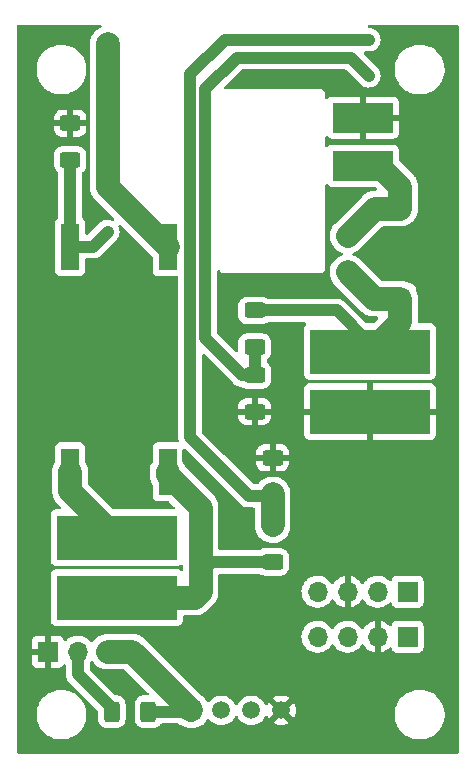
<source format=gbr>
%TF.GenerationSoftware,KiCad,Pcbnew,(6.0.6-0)*%
%TF.CreationDate,2025-06-29T09:16:52+02:00*%
%TF.ProjectId,meteo,6d657465-6f2e-46b6-9963-61645f706362,rev?*%
%TF.SameCoordinates,Original*%
%TF.FileFunction,Copper,L1,Top*%
%TF.FilePolarity,Positive*%
%FSLAX46Y46*%
G04 Gerber Fmt 4.6, Leading zero omitted, Abs format (unit mm)*
G04 Created by KiCad (PCBNEW (6.0.6-0)) date 2025-06-29 09:16:52*
%MOMM*%
%LPD*%
G01*
G04 APERTURE LIST*
G04 Aperture macros list*
%AMRoundRect*
0 Rectangle with rounded corners*
0 $1 Rounding radius*
0 $2 $3 $4 $5 $6 $7 $8 $9 X,Y pos of 4 corners*
0 Add a 4 corners polygon primitive as box body*
4,1,4,$2,$3,$4,$5,$6,$7,$8,$9,$2,$3,0*
0 Add four circle primitives for the rounded corners*
1,1,$1+$1,$2,$3*
1,1,$1+$1,$4,$5*
1,1,$1+$1,$6,$7*
1,1,$1+$1,$8,$9*
0 Add four rect primitives between the rounded corners*
20,1,$1+$1,$2,$3,$4,$5,0*
20,1,$1+$1,$4,$5,$6,$7,0*
20,1,$1+$1,$6,$7,$8,$9,0*
20,1,$1+$1,$8,$9,$2,$3,0*%
G04 Aperture macros list end*
%TA.AperFunction,SMDPad,CuDef*%
%ADD10RoundRect,0.250000X0.400000X0.625000X-0.400000X0.625000X-0.400000X-0.625000X0.400000X-0.625000X0*%
%TD*%
%TA.AperFunction,SMDPad,CuDef*%
%ADD11RoundRect,0.250000X-0.625000X0.400000X-0.625000X-0.400000X0.625000X-0.400000X0.625000X0.400000X0*%
%TD*%
%TA.AperFunction,SMDPad,CuDef*%
%ADD12RoundRect,0.250000X0.625000X-0.400000X0.625000X0.400000X-0.625000X0.400000X-0.625000X-0.400000X0*%
%TD*%
%TA.AperFunction,SMDPad,CuDef*%
%ADD13R,10.160000X3.810000*%
%TD*%
%TA.AperFunction,SMDPad,CuDef*%
%ADD14R,1.500000X4.000000*%
%TD*%
%TA.AperFunction,SMDPad,CuDef*%
%ADD15R,5.080000X2.540000*%
%TD*%
%TA.AperFunction,ComponentPad*%
%ADD16R,1.700000X1.700000*%
%TD*%
%TA.AperFunction,ComponentPad*%
%ADD17O,1.700000X1.700000*%
%TD*%
%TA.AperFunction,ComponentPad*%
%ADD18R,1.500000X1.500000*%
%TD*%
%TA.AperFunction,ComponentPad*%
%ADD19C,1.500000*%
%TD*%
%TA.AperFunction,ComponentPad*%
%ADD20R,1.600000X1.600000*%
%TD*%
%TA.AperFunction,ComponentPad*%
%ADD21O,1.600000X1.600000*%
%TD*%
%TA.AperFunction,ViaPad*%
%ADD22C,2.000000*%
%TD*%
%TA.AperFunction,ViaPad*%
%ADD23C,4.000000*%
%TD*%
%TA.AperFunction,ViaPad*%
%ADD24C,1.000000*%
%TD*%
%TA.AperFunction,Conductor*%
%ADD25C,1.000000*%
%TD*%
%TA.AperFunction,Conductor*%
%ADD26C,2.000000*%
%TD*%
G04 APERTURE END LIST*
D10*
%TO.P,R7,1*%
%TO.N,+3.3V*%
X205385000Y-88900000D03*
%TO.P,R7,2*%
%TO.N,ONE_WIRE*%
X202285000Y-88900000D03*
%TD*%
D11*
%TO.P,R6,1*%
%TO.N,+BATT*%
X222250000Y-48615000D03*
%TO.P,R6,2*%
%TO.N,Net-(J4-Pad1)*%
X222250000Y-51715000D03*
%TD*%
D12*
%TO.P,R1,1*%
%TO.N,+12V*%
X215900000Y-76226000D03*
%TO.P,R1,2*%
%TO.N,PROBE_SOLAR*%
X215900000Y-73126000D03*
%TD*%
D13*
%TO.P,J3,2,Pin_2*%
%TO.N,GNDPWR*%
X202692000Y-74168000D03*
%TO.P,J3,1,Pin_1*%
%TO.N,+12V*%
X202692000Y-79248000D03*
%TD*%
D11*
%TO.P,R3,1*%
%TO.N,Net-(J4-Pad1)*%
X214376000Y-54939000D03*
%TO.P,R3,2*%
%TO.N,PROBE_BATT_V*%
X214376000Y-58039000D03*
%TD*%
D13*
%TO.P,J4,1,Pin_1*%
%TO.N,Net-(J4-Pad1)*%
X224155000Y-58420000D03*
%TO.P,J4,2,Pin_2*%
%TO.N,GND*%
X224155000Y-63500000D03*
%TD*%
D12*
%TO.P,R2,1*%
%TO.N,PROBE_SOLAR*%
X215900000Y-70511000D03*
%TO.P,R2,2*%
%TO.N,GND*%
X215900000Y-67411000D03*
%TD*%
D14*
%TO.P,J1,1,Pin_1*%
%TO.N,+12V*%
X207010000Y-68580000D03*
%TO.P,J1,2,Pin_2*%
%TO.N,GNDPWR*%
X198755000Y-68580000D03*
%TO.P,J1,3,Pin_3*%
%TO.N,+5V*%
X207010000Y-49530000D03*
%TO.P,J1,4,Pin_4*%
%TO.N,PROBE_BATT_I*%
X198755000Y-49530000D03*
%TD*%
D15*
%TO.P,J5,1,Pin_1*%
%TO.N,+BATT*%
X223520000Y-42672000D03*
%TO.P,J5,2,Pin_2*%
%TO.N,GND*%
X223520000Y-38608000D03*
%TD*%
D12*
%TO.P,R5,1*%
%TO.N,PROBE_BATT_I*%
X198755000Y-42190000D03*
%TO.P,R5,2*%
%TO.N,GND*%
X198755000Y-39090000D03*
%TD*%
D16*
%TO.P,J6,1,Pin_1*%
%TO.N,+3.3V*%
X227320000Y-82550000D03*
D17*
%TO.P,J6,2,Pin_2*%
%TO.N,GND*%
X224780000Y-82550000D03*
%TO.P,J6,3,Pin_3*%
%TO.N,SCL*%
X222240000Y-82550000D03*
%TO.P,J6,4,Pin_4*%
%TO.N,SDA*%
X219700000Y-82550000D03*
%TD*%
D18*
%TO.P,U1,1,VCC*%
%TO.N,+3.3V*%
X209012500Y-88802500D03*
D19*
%TO.P,U1,2,IO*%
%TO.N,DHT*%
X211552500Y-88802500D03*
%TO.P,U1,3,NC*%
%TO.N,unconnected-(U1-Pad3)*%
X214092500Y-88802500D03*
%TO.P,U1,4,GND*%
%TO.N,GND*%
X216632500Y-88802500D03*
%TD*%
D20*
%TO.P,SW1,1*%
%TO.N,Net-(J4-Pad1)*%
X226695000Y-53932500D03*
D21*
%TO.P,SW1,2*%
%TO.N,+BATT*%
X226695000Y-46312500D03*
%TD*%
D16*
%TO.P,J2,1,Pin_1*%
%TO.N,+3.3V*%
X227320000Y-78740000D03*
D17*
%TO.P,J2,2,Pin_2*%
%TO.N,SDA*%
X224780000Y-78740000D03*
%TO.P,J2,3,Pin_3*%
%TO.N,GND*%
X222240000Y-78740000D03*
%TO.P,J2,4,Pin_4*%
%TO.N,SCL*%
X219700000Y-78740000D03*
%TD*%
D11*
%TO.P,R4,1*%
%TO.N,PROBE_BATT_V*%
X214376000Y-60400000D03*
%TO.P,R4,2*%
%TO.N,GND*%
X214376000Y-63500000D03*
%TD*%
D16*
%TO.P,U2,1,GND*%
%TO.N,GND*%
X196865000Y-83820000D03*
D17*
%TO.P,U2,2,DQ*%
%TO.N,ONE_WIRE*%
X199405000Y-83820000D03*
%TO.P,U2,3,VDD*%
%TO.N,+3.3V*%
X201945000Y-83820000D03*
%TD*%
D22*
%TO.N,GND*%
X226695000Y-49530000D03*
X229870000Y-40005000D03*
X213995000Y-81915000D03*
X227330000Y-69215000D03*
X220345000Y-69215000D03*
D23*
X202565000Y-62230000D03*
D24*
%TO.N,PROBE_BATT_I*%
X201930000Y-48260000D03*
%TO.N,PROBE_SOLAR*%
X224028000Y-32004000D03*
D22*
%TO.N,+5V*%
X201930000Y-32385000D03*
D24*
%TO.N,PROBE_BATT_V*%
X224028000Y-35052000D03*
%TD*%
D25*
%TO.N,ONE_WIRE*%
X202285000Y-88620000D02*
X199390000Y-85725000D01*
X202285000Y-88900000D02*
X202285000Y-88620000D01*
X199390000Y-85725000D02*
X199405000Y-85710000D01*
X199405000Y-85710000D02*
X199405000Y-83820000D01*
%TO.N,+3.3V*%
X205385000Y-88900000D02*
X208915000Y-88900000D01*
X208915000Y-88900000D02*
X209012500Y-88802500D01*
D26*
%TO.N,+BATT*%
X226695000Y-46312500D02*
X224552500Y-46312500D01*
X224552500Y-46312500D02*
X222250000Y-48615000D01*
%TO.N,Net-(J4-Pad1)*%
X226695000Y-53932500D02*
X224467500Y-53932500D01*
X224467500Y-53932500D02*
X222250000Y-51715000D01*
D25*
%TO.N,PROBE_BATT_V*%
X214376000Y-60400000D02*
X213308000Y-60400000D01*
X212852000Y-33528000D02*
X222504000Y-33528000D01*
X222504000Y-33528000D02*
X224028000Y-35052000D01*
X213308000Y-60400000D02*
X210185000Y-57277000D01*
X210185000Y-57277000D02*
X210185000Y-36195000D01*
X210185000Y-36195000D02*
X212852000Y-33528000D01*
%TO.N,PROBE_SOLAR*%
X224028000Y-32004000D02*
X211836000Y-32004000D01*
X211836000Y-32004000D02*
X208915000Y-34925000D01*
X208915000Y-34925000D02*
X208915000Y-65659000D01*
X213868000Y-70612000D02*
X215799000Y-70612000D01*
X208915000Y-65659000D02*
X213868000Y-70612000D01*
X215799000Y-70612000D02*
X215900000Y-70511000D01*
%TO.N,PROBE_BATT_I*%
X200660000Y-49530000D02*
X201930000Y-48260000D01*
X198755000Y-49530000D02*
X200660000Y-49530000D01*
X198755000Y-42190000D02*
X198755000Y-49530000D01*
D26*
%TO.N,PROBE_SOLAR*%
X215900000Y-73126000D02*
X215900000Y-70511000D01*
%TO.N,+BATT*%
X224917000Y-42672000D02*
X226695000Y-44450000D01*
X223520000Y-42672000D02*
X224917000Y-42672000D01*
X226695000Y-44450000D02*
X226695000Y-46312500D01*
%TO.N,+3.3V*%
X204030000Y-83820000D02*
X209012500Y-88802500D01*
X201945000Y-83820000D02*
X204030000Y-83820000D01*
%TO.N,+5V*%
X201930000Y-44450000D02*
X201930000Y-32385000D01*
X207010000Y-49530000D02*
X202565000Y-45085000D01*
X202565000Y-45085000D02*
X201930000Y-44450000D01*
%TO.N,+12V*%
X209296000Y-79248000D02*
X202692000Y-79248000D01*
X209804000Y-78740000D02*
X209296000Y-79248000D01*
X207010000Y-68834000D02*
X209804000Y-71628000D01*
X209804000Y-77216000D02*
X209804000Y-78740000D01*
X209804000Y-71628000D02*
X209804000Y-77216000D01*
D25*
X215900000Y-76226000D02*
X210794000Y-76226000D01*
X210794000Y-76226000D02*
X209804000Y-77216000D01*
D26*
X207010000Y-68580000D02*
X207010000Y-68834000D01*
%TO.N,GNDPWR*%
X198755000Y-70231000D02*
X202692000Y-74168000D01*
X198755000Y-68580000D02*
X198755000Y-70231000D01*
D25*
%TO.N,Net-(J4-Pad1)*%
X221309000Y-54939000D02*
X224155000Y-57785000D01*
X214376000Y-54939000D02*
X221309000Y-54939000D01*
D26*
X226695000Y-53932500D02*
X226695000Y-55880000D01*
X226695000Y-55880000D02*
X224155000Y-58420000D01*
D25*
%TO.N,PROBE_BATT_V*%
X214376000Y-58039000D02*
X214376000Y-60400000D01*
%TD*%
%TA.AperFunction,Conductor*%
%TO.N,GND*%
G36*
X201380486Y-30763502D02*
G01*
X201426979Y-30817158D01*
X201437083Y-30887432D01*
X201407589Y-30952012D01*
X201365614Y-30983695D01*
X201324113Y-31003047D01*
X201319082Y-31005261D01*
X201247609Y-31034866D01*
X201247607Y-31034867D01*
X201243037Y-31036760D01*
X201221200Y-31050142D01*
X201208616Y-31056904D01*
X201182464Y-31069099D01*
X201178283Y-31071941D01*
X201178275Y-31071945D01*
X201113347Y-31116070D01*
X201108368Y-31119285D01*
X201040584Y-31160824D01*
X201036821Y-31164038D01*
X201018930Y-31179318D01*
X201007924Y-31187717D01*
X200981693Y-31205544D01*
X200978015Y-31209023D01*
X200978014Y-31209023D01*
X200923107Y-31260946D01*
X200918364Y-31265209D01*
X200863793Y-31311817D01*
X200863786Y-31311824D01*
X200860031Y-31315031D01*
X200856825Y-31318785D01*
X200839688Y-31338850D01*
X200830461Y-31348556D01*
X200805319Y-31372332D01*
X200802241Y-31376358D01*
X200802240Y-31376359D01*
X200758100Y-31434092D01*
X200753815Y-31439394D01*
X200705824Y-31495584D01*
X200703242Y-31499798D01*
X200703238Y-31499803D01*
X200687969Y-31524720D01*
X200680633Y-31535414D01*
X200657880Y-31565174D01*
X200655494Y-31569624D01*
X200655492Y-31569627D01*
X200622504Y-31631151D01*
X200618891Y-31637446D01*
X200581760Y-31698037D01*
X200567587Y-31732253D01*
X200562237Y-31743547D01*
X200543169Y-31779109D01*
X200519728Y-31847188D01*
X200517021Y-31854333D01*
X200490895Y-31917406D01*
X200481585Y-31956182D01*
X200478208Y-31967767D01*
X200465786Y-32003842D01*
X200465783Y-32003853D01*
X200464138Y-32008631D01*
X200452374Y-32076739D01*
X200450738Y-32084673D01*
X200436620Y-32143476D01*
X200436619Y-32143482D01*
X200435465Y-32148289D01*
X200435077Y-32153224D01*
X200432113Y-32190881D01*
X200430663Y-32202435D01*
X200422821Y-32247836D01*
X200421500Y-32276925D01*
X200421500Y-32320771D01*
X200421112Y-32330657D01*
X200416835Y-32385000D01*
X200417223Y-32389930D01*
X200421112Y-32439343D01*
X200421500Y-32449229D01*
X200421500Y-44425984D01*
X200421451Y-44429502D01*
X200419834Y-44487405D01*
X200418666Y-44529205D01*
X200419335Y-44534219D01*
X200429058Y-44607086D01*
X200429759Y-44613647D01*
X200432782Y-44651217D01*
X200436060Y-44691965D01*
X200443897Y-44723870D01*
X200446426Y-44737258D01*
X200450771Y-44769820D01*
X200452232Y-44774661D01*
X200452233Y-44774663D01*
X200473478Y-44845029D01*
X200475219Y-44851390D01*
X200493963Y-44927706D01*
X200495941Y-44932366D01*
X200506801Y-44957951D01*
X200511438Y-44970761D01*
X200520933Y-45002208D01*
X200523151Y-45006756D01*
X200523154Y-45006763D01*
X200555371Y-45072818D01*
X200558107Y-45078820D01*
X200588812Y-45151156D01*
X200600307Y-45169409D01*
X200606319Y-45178956D01*
X200612945Y-45190860D01*
X200627346Y-45220388D01*
X200630265Y-45224525D01*
X200630265Y-45224526D01*
X200672641Y-45284597D01*
X200676301Y-45290086D01*
X200718167Y-45356567D01*
X200721508Y-45360356D01*
X200721512Y-45360362D01*
X200739898Y-45381217D01*
X200748344Y-45391912D01*
X200767274Y-45418747D01*
X200786909Y-45440250D01*
X200826625Y-45479966D01*
X200832044Y-45485736D01*
X200875350Y-45534858D01*
X200875353Y-45534861D01*
X200878698Y-45538655D01*
X200882606Y-45541865D01*
X200882607Y-45541866D01*
X200910989Y-45565179D01*
X200920108Y-45573449D01*
X202473193Y-47126534D01*
X202507219Y-47188846D01*
X202502154Y-47259661D01*
X202459607Y-47316497D01*
X202393087Y-47341308D01*
X202334899Y-47331627D01*
X202333772Y-47331149D01*
X202333127Y-47330838D01*
X202331131Y-47329999D01*
X202325959Y-47327179D01*
X202324267Y-47326649D01*
X202322701Y-47325802D01*
X202317066Y-47324058D01*
X202317062Y-47324056D01*
X202230035Y-47297117D01*
X202229615Y-47296986D01*
X202195497Y-47286294D01*
X202137232Y-47268035D01*
X202135464Y-47267843D01*
X202133768Y-47267318D01*
X202127917Y-47266703D01*
X202127912Y-47266702D01*
X202060919Y-47259661D01*
X202037219Y-47257170D01*
X202037056Y-47257152D01*
X201940611Y-47246676D01*
X201938842Y-47246831D01*
X201937075Y-47246645D01*
X201931196Y-47247180D01*
X201840824Y-47255404D01*
X201840387Y-47255444D01*
X201749448Y-47263400D01*
X201749446Y-47263400D01*
X201743587Y-47263913D01*
X201741879Y-47264409D01*
X201740112Y-47264570D01*
X201701510Y-47275931D01*
X201647134Y-47291934D01*
X201646713Y-47292057D01*
X201559320Y-47317447D01*
X201559316Y-47317449D01*
X201553663Y-47319091D01*
X201552087Y-47319908D01*
X201550381Y-47320410D01*
X201464252Y-47365437D01*
X201378074Y-47410108D01*
X201376686Y-47411216D01*
X201375110Y-47412040D01*
X201299447Y-47472875D01*
X201257027Y-47506738D01*
X201256104Y-47507661D01*
X201254688Y-47508862D01*
X201220975Y-47535968D01*
X201188928Y-47574160D01*
X201181513Y-47582252D01*
X200279171Y-48484595D01*
X200216858Y-48518620D01*
X200190075Y-48521500D01*
X200139500Y-48521500D01*
X200071379Y-48501498D01*
X200024886Y-48447842D01*
X200013500Y-48395500D01*
X200013500Y-47481866D01*
X200006745Y-47419684D01*
X199955615Y-47283295D01*
X199868261Y-47166739D01*
X199813935Y-47126024D01*
X199771420Y-47069165D01*
X199763500Y-47025198D01*
X199763500Y-43314899D01*
X199783502Y-43246778D01*
X199823197Y-43207755D01*
X199848120Y-43192332D01*
X199854348Y-43188478D01*
X199979305Y-43063303D01*
X200072115Y-42912738D01*
X200127797Y-42744861D01*
X200138500Y-42640400D01*
X200138500Y-41739600D01*
X200127526Y-41633834D01*
X200071550Y-41466054D01*
X199978478Y-41315652D01*
X199853303Y-41190695D01*
X199747580Y-41125526D01*
X199708968Y-41101725D01*
X199708966Y-41101724D01*
X199702738Y-41097885D01*
X199622995Y-41071436D01*
X199541389Y-41044368D01*
X199541387Y-41044368D01*
X199534861Y-41042203D01*
X199528025Y-41041503D01*
X199528022Y-41041502D01*
X199484969Y-41037091D01*
X199430400Y-41031500D01*
X198079600Y-41031500D01*
X198076354Y-41031837D01*
X198076350Y-41031837D01*
X197980692Y-41041762D01*
X197980688Y-41041763D01*
X197973834Y-41042474D01*
X197967298Y-41044655D01*
X197967296Y-41044655D01*
X197867395Y-41077985D01*
X197806054Y-41098450D01*
X197655652Y-41191522D01*
X197530695Y-41316697D01*
X197526855Y-41322927D01*
X197526854Y-41322928D01*
X197507784Y-41353866D01*
X197437885Y-41467262D01*
X197382203Y-41635139D01*
X197371500Y-41739600D01*
X197371500Y-42640400D01*
X197382474Y-42746166D01*
X197438450Y-42913946D01*
X197531522Y-43064348D01*
X197656697Y-43189305D01*
X197662927Y-43193145D01*
X197686618Y-43207749D01*
X197734110Y-43260522D01*
X197746500Y-43315008D01*
X197746500Y-47025198D01*
X197726498Y-47093319D01*
X197696065Y-47126024D01*
X197641739Y-47166739D01*
X197554385Y-47283295D01*
X197503255Y-47419684D01*
X197496500Y-47481866D01*
X197496500Y-51578134D01*
X197503255Y-51640316D01*
X197554385Y-51776705D01*
X197641739Y-51893261D01*
X197758295Y-51980615D01*
X197894684Y-52031745D01*
X197956866Y-52038500D01*
X199553134Y-52038500D01*
X199615316Y-52031745D01*
X199751705Y-51980615D01*
X199868261Y-51893261D01*
X199955615Y-51776705D01*
X200006745Y-51640316D01*
X200013500Y-51578134D01*
X200013500Y-50664500D01*
X200033502Y-50596379D01*
X200087158Y-50549886D01*
X200139500Y-50538500D01*
X200598157Y-50538500D01*
X200611764Y-50539237D01*
X200643262Y-50542659D01*
X200643267Y-50542659D01*
X200649388Y-50543324D01*
X200675638Y-50541027D01*
X200699388Y-50538950D01*
X200704214Y-50538621D01*
X200706686Y-50538500D01*
X200709769Y-50538500D01*
X200721738Y-50537326D01*
X200752506Y-50534310D01*
X200753819Y-50534188D01*
X200798084Y-50530315D01*
X200846413Y-50526087D01*
X200851532Y-50524600D01*
X200856833Y-50524080D01*
X200945834Y-50497209D01*
X200946967Y-50496874D01*
X201030414Y-50472630D01*
X201030418Y-50472628D01*
X201036336Y-50470909D01*
X201041068Y-50468456D01*
X201046169Y-50466916D01*
X201064759Y-50457032D01*
X201128260Y-50423269D01*
X201129426Y-50422657D01*
X201206453Y-50382729D01*
X201211926Y-50379892D01*
X201216089Y-50376569D01*
X201220796Y-50374066D01*
X201292918Y-50315245D01*
X201293774Y-50314554D01*
X201332973Y-50283262D01*
X201335477Y-50280758D01*
X201336195Y-50280116D01*
X201340528Y-50276415D01*
X201374062Y-50249065D01*
X201384214Y-50236794D01*
X201403287Y-50213738D01*
X201411277Y-50204958D01*
X202593797Y-49022437D01*
X202605309Y-49012251D01*
X202628847Y-48993861D01*
X202666687Y-48950023D01*
X202672959Y-48943275D01*
X202678309Y-48937925D01*
X202700552Y-48910847D01*
X202702487Y-48908548D01*
X202720321Y-48887887D01*
X202758078Y-48844145D01*
X202761121Y-48838787D01*
X202764672Y-48833754D01*
X202764929Y-48833935D01*
X202765024Y-48833798D01*
X202764762Y-48833623D01*
X202768194Y-48828497D01*
X202772102Y-48823739D01*
X202812269Y-48748829D01*
X202813757Y-48746133D01*
X202852726Y-48677535D01*
X202855769Y-48672179D01*
X202857714Y-48666332D01*
X202860221Y-48660701D01*
X202860506Y-48660828D01*
X202860569Y-48660681D01*
X202860280Y-48660561D01*
X202862649Y-48654870D01*
X202865562Y-48649437D01*
X202890419Y-48568133D01*
X202891347Y-48565226D01*
X202916251Y-48490362D01*
X202918197Y-48484513D01*
X202918970Y-48478398D01*
X202920335Y-48472390D01*
X202920638Y-48472459D01*
X202920674Y-48472292D01*
X202920368Y-48472230D01*
X202921584Y-48466200D01*
X202923387Y-48460302D01*
X202929970Y-48395500D01*
X202931978Y-48375732D01*
X202932326Y-48372675D01*
X202942545Y-48291776D01*
X202942985Y-48288295D01*
X202943324Y-48264033D01*
X202943374Y-48263538D01*
X202943336Y-48263138D01*
X202943380Y-48260000D01*
X202941285Y-48238639D01*
X202933920Y-48163517D01*
X202933878Y-48163080D01*
X202925318Y-48072526D01*
X202925317Y-48072522D01*
X202924761Y-48066638D01*
X202924253Y-48064935D01*
X202924080Y-48063167D01*
X202922375Y-48057521D01*
X202922374Y-48057514D01*
X202896154Y-47970669D01*
X202896027Y-47970249D01*
X202869937Y-47882732D01*
X202869936Y-47882730D01*
X202868259Y-47877104D01*
X202867429Y-47875529D01*
X202866916Y-47873831D01*
X202861261Y-47863195D01*
X202846942Y-47793658D01*
X202872491Y-47727418D01*
X202929796Y-47685506D01*
X203000664Y-47681229D01*
X203061607Y-47714949D01*
X205714595Y-50367937D01*
X205748621Y-50430249D01*
X205751500Y-50457032D01*
X205751500Y-51578134D01*
X205758255Y-51640316D01*
X205809385Y-51776705D01*
X205896739Y-51893261D01*
X206013295Y-51980615D01*
X206149684Y-52031745D01*
X206211866Y-52038500D01*
X207780500Y-52038500D01*
X207848621Y-52058502D01*
X207895114Y-52112158D01*
X207906500Y-52164500D01*
X207906500Y-65597157D01*
X207905763Y-65610764D01*
X207901676Y-65648388D01*
X207902213Y-65654523D01*
X207906050Y-65698388D01*
X207906379Y-65703214D01*
X207906500Y-65705686D01*
X207906500Y-65708769D01*
X207906801Y-65711837D01*
X207910690Y-65751506D01*
X207910812Y-65752819D01*
X207918913Y-65845413D01*
X207920400Y-65850532D01*
X207920920Y-65855833D01*
X207937134Y-65909536D01*
X207937675Y-65980531D01*
X207899747Y-66040548D01*
X207835393Y-66070531D01*
X207810329Y-66071738D01*
X207808134Y-66071500D01*
X206211866Y-66071500D01*
X206149684Y-66078255D01*
X206013295Y-66129385D01*
X205896739Y-66216739D01*
X205809385Y-66333295D01*
X205758255Y-66469684D01*
X205751500Y-66531866D01*
X205751500Y-67703125D01*
X205736545Y-67762664D01*
X205623169Y-67974109D01*
X205544138Y-68203631D01*
X205543276Y-68208623D01*
X205507845Y-68413751D01*
X205502821Y-68442836D01*
X205501500Y-68471925D01*
X205501500Y-68809984D01*
X205501451Y-68813502D01*
X205498666Y-68913205D01*
X205499335Y-68918219D01*
X205509058Y-68991086D01*
X205509758Y-68997639D01*
X205516060Y-69075965D01*
X205523897Y-69107870D01*
X205526426Y-69121258D01*
X205530771Y-69153820D01*
X205532232Y-69158661D01*
X205532233Y-69158663D01*
X205553478Y-69229029D01*
X205555219Y-69235390D01*
X205573963Y-69311706D01*
X205575941Y-69316366D01*
X205586801Y-69341951D01*
X205591438Y-69354761D01*
X205600933Y-69386208D01*
X205603151Y-69390756D01*
X205603154Y-69390763D01*
X205635371Y-69456818D01*
X205638107Y-69462820D01*
X205668812Y-69535156D01*
X205671504Y-69539430D01*
X205686319Y-69562956D01*
X205692945Y-69574860D01*
X205707346Y-69604388D01*
X205710264Y-69608524D01*
X205710269Y-69608533D01*
X205728460Y-69634320D01*
X205751500Y-69706950D01*
X205751500Y-70628134D01*
X205758255Y-70690316D01*
X205809385Y-70826705D01*
X205896739Y-70943261D01*
X206013295Y-71030615D01*
X206149684Y-71081745D01*
X206211866Y-71088500D01*
X207078969Y-71088500D01*
X207147090Y-71108502D01*
X207168064Y-71125405D01*
X207582064Y-71539405D01*
X207616090Y-71601717D01*
X207611025Y-71672532D01*
X207568478Y-71729368D01*
X207501958Y-71754179D01*
X207492969Y-71754500D01*
X202464031Y-71754500D01*
X202395910Y-71734498D01*
X202374936Y-71717595D01*
X200300405Y-69643064D01*
X200266379Y-69580752D01*
X200263500Y-69553969D01*
X200263500Y-68518999D01*
X200262371Y-68504963D01*
X200249346Y-68343076D01*
X200249345Y-68343071D01*
X200248940Y-68338035D01*
X200234393Y-68278807D01*
X200192244Y-68107208D01*
X200192243Y-68107205D01*
X200191037Y-68102294D01*
X200096188Y-67878844D01*
X200032880Y-67778313D01*
X200013500Y-67711170D01*
X200013500Y-66531866D01*
X200006745Y-66469684D01*
X199955615Y-66333295D01*
X199868261Y-66216739D01*
X199751705Y-66129385D01*
X199615316Y-66078255D01*
X199553134Y-66071500D01*
X197956866Y-66071500D01*
X197894684Y-66078255D01*
X197758295Y-66129385D01*
X197641739Y-66216739D01*
X197554385Y-66333295D01*
X197503255Y-66469684D01*
X197496500Y-66531866D01*
X197496500Y-67703125D01*
X197481545Y-67762664D01*
X197368169Y-67974109D01*
X197289138Y-68203631D01*
X197288276Y-68208623D01*
X197252845Y-68413751D01*
X197247821Y-68442836D01*
X197246500Y-68471925D01*
X197246500Y-70206984D01*
X197246451Y-70210502D01*
X197243666Y-70310205D01*
X197244335Y-70315219D01*
X197254058Y-70388086D01*
X197254758Y-70394639D01*
X197261060Y-70472965D01*
X197268897Y-70504870D01*
X197271426Y-70518258D01*
X197275771Y-70550820D01*
X197277232Y-70555661D01*
X197277233Y-70555663D01*
X197298478Y-70626029D01*
X197300219Y-70632390D01*
X197318963Y-70708706D01*
X197320941Y-70713366D01*
X197331801Y-70738951D01*
X197336438Y-70751761D01*
X197345933Y-70783208D01*
X197348151Y-70787756D01*
X197348154Y-70787763D01*
X197380371Y-70853818D01*
X197383107Y-70859820D01*
X197413812Y-70932156D01*
X197424194Y-70948642D01*
X197431319Y-70959956D01*
X197437945Y-70971860D01*
X197452346Y-71001388D01*
X197455265Y-71005525D01*
X197455265Y-71005526D01*
X197497641Y-71065597D01*
X197501301Y-71071086D01*
X197528180Y-71113768D01*
X197543167Y-71137567D01*
X197546508Y-71141356D01*
X197546512Y-71141362D01*
X197564898Y-71162217D01*
X197573344Y-71172912D01*
X197592274Y-71199747D01*
X197611909Y-71221250D01*
X197651625Y-71260966D01*
X197657044Y-71266736D01*
X197700350Y-71315858D01*
X197700353Y-71315861D01*
X197703698Y-71319655D01*
X197707606Y-71322865D01*
X197707607Y-71322866D01*
X197735989Y-71346179D01*
X197745108Y-71354449D01*
X197930064Y-71539405D01*
X197964090Y-71601717D01*
X197959025Y-71672532D01*
X197916478Y-71729368D01*
X197849958Y-71754179D01*
X197840969Y-71754500D01*
X197563866Y-71754500D01*
X197501684Y-71761255D01*
X197365295Y-71812385D01*
X197248739Y-71899739D01*
X197161385Y-72016295D01*
X197110255Y-72152684D01*
X197103500Y-72214866D01*
X197103500Y-76121134D01*
X197110255Y-76183316D01*
X197161385Y-76319705D01*
X197248739Y-76436261D01*
X197365295Y-76523615D01*
X197501684Y-76574745D01*
X197563866Y-76581500D01*
X207820134Y-76581500D01*
X207882316Y-76574745D01*
X208018705Y-76523615D01*
X208093935Y-76467233D01*
X208160441Y-76442385D01*
X208229824Y-76457438D01*
X208280054Y-76507612D01*
X208295500Y-76568059D01*
X208295500Y-76847941D01*
X208275498Y-76916062D01*
X208221842Y-76962555D01*
X208151568Y-76972659D01*
X208093935Y-76948767D01*
X208018705Y-76892385D01*
X207882316Y-76841255D01*
X207820134Y-76834500D01*
X197563866Y-76834500D01*
X197501684Y-76841255D01*
X197365295Y-76892385D01*
X197248739Y-76979739D01*
X197161385Y-77096295D01*
X197110255Y-77232684D01*
X197103500Y-77294866D01*
X197103500Y-81201134D01*
X197110255Y-81263316D01*
X197161385Y-81399705D01*
X197248739Y-81516261D01*
X197365295Y-81603615D01*
X197501684Y-81654745D01*
X197563866Y-81661500D01*
X207820134Y-81661500D01*
X207882316Y-81654745D01*
X208018705Y-81603615D01*
X208135261Y-81516261D01*
X208222615Y-81399705D01*
X208273745Y-81263316D01*
X208280500Y-81201134D01*
X208280500Y-80882500D01*
X208300502Y-80814379D01*
X208354158Y-80767886D01*
X208406500Y-80756500D01*
X209271984Y-80756500D01*
X209275502Y-80756549D01*
X209370150Y-80759193D01*
X209370153Y-80759193D01*
X209375205Y-80759334D01*
X209453098Y-80748941D01*
X209459639Y-80748242D01*
X209488332Y-80745933D01*
X209532923Y-80742346D01*
X209532927Y-80742345D01*
X209537965Y-80741940D01*
X209569878Y-80734101D01*
X209583258Y-80731574D01*
X209615820Y-80727229D01*
X209620661Y-80725768D01*
X209620663Y-80725767D01*
X209691029Y-80704522D01*
X209697392Y-80702781D01*
X209773706Y-80684037D01*
X209803952Y-80671199D01*
X209816763Y-80666561D01*
X209843362Y-80658530D01*
X209848208Y-80657067D01*
X209852756Y-80654849D01*
X209852763Y-80654846D01*
X209918818Y-80622629D01*
X209924820Y-80619893D01*
X209969504Y-80600925D01*
X209997156Y-80589188D01*
X210024956Y-80571681D01*
X210036860Y-80565055D01*
X210066388Y-80550654D01*
X210130600Y-80505357D01*
X210136086Y-80501699D01*
X210198286Y-80462529D01*
X210198287Y-80462528D01*
X210202567Y-80459833D01*
X210206356Y-80456492D01*
X210206362Y-80456488D01*
X210227217Y-80438102D01*
X210237912Y-80429656D01*
X210240863Y-80427574D01*
X210264747Y-80410726D01*
X210286250Y-80391091D01*
X210325966Y-80351375D01*
X210331736Y-80345956D01*
X210380858Y-80302650D01*
X210380861Y-80302647D01*
X210384655Y-80299302D01*
X210411179Y-80267011D01*
X210419449Y-80257892D01*
X210853666Y-79823675D01*
X210856188Y-79821221D01*
X210925001Y-79756148D01*
X210928681Y-79752668D01*
X210976418Y-79690231D01*
X210980531Y-79685132D01*
X211031470Y-79625280D01*
X211034089Y-79620955D01*
X211034093Y-79620950D01*
X211048491Y-79597176D01*
X211056163Y-79585929D01*
X211076120Y-79559826D01*
X211113247Y-79490584D01*
X211116510Y-79484863D01*
X211154602Y-79421966D01*
X211154603Y-79421965D01*
X211157220Y-79417643D01*
X211169534Y-79387166D01*
X211175303Y-79374850D01*
X211190831Y-79345891D01*
X211216423Y-79271567D01*
X211218718Y-79265429D01*
X211246258Y-79197267D01*
X211246259Y-79197263D01*
X211248155Y-79192571D01*
X211255432Y-79160539D01*
X211259163Y-79147441D01*
X211269862Y-79116369D01*
X211283243Y-79038900D01*
X211284526Y-79032482D01*
X211300815Y-78960786D01*
X211300815Y-78960785D01*
X211301935Y-78955856D01*
X211303999Y-78923047D01*
X211305585Y-78909547D01*
X211311179Y-78877164D01*
X211312500Y-78848075D01*
X211312500Y-78791893D01*
X211312749Y-78783981D01*
X211316860Y-78718642D01*
X211317178Y-78713588D01*
X211316502Y-78706695D01*
X218337251Y-78706695D01*
X218337548Y-78711848D01*
X218337548Y-78711851D01*
X218346852Y-78873204D01*
X218350110Y-78929715D01*
X218351247Y-78934761D01*
X218351248Y-78934767D01*
X218354866Y-78950819D01*
X218399222Y-79147639D01*
X218483266Y-79354616D01*
X218485965Y-79359020D01*
X218597291Y-79540688D01*
X218599987Y-79545088D01*
X218603367Y-79548990D01*
X218614352Y-79561671D01*
X218746250Y-79713938D01*
X218918126Y-79856632D01*
X219111000Y-79969338D01*
X219319692Y-80049030D01*
X219324760Y-80050061D01*
X219324763Y-80050062D01*
X219419862Y-80069410D01*
X219538597Y-80093567D01*
X219543772Y-80093757D01*
X219543774Y-80093757D01*
X219756673Y-80101564D01*
X219756677Y-80101564D01*
X219761837Y-80101753D01*
X219766957Y-80101097D01*
X219766959Y-80101097D01*
X219978288Y-80074025D01*
X219978289Y-80074025D01*
X219983416Y-80073368D01*
X219988366Y-80071883D01*
X220192429Y-80010661D01*
X220192434Y-80010659D01*
X220197384Y-80009174D01*
X220397994Y-79910896D01*
X220579860Y-79781173D01*
X220738096Y-79623489D01*
X220787044Y-79555371D01*
X220868453Y-79442077D01*
X220869640Y-79442930D01*
X220916960Y-79399362D01*
X220986897Y-79387145D01*
X221052338Y-79414678D01*
X221080166Y-79446511D01*
X221137694Y-79540388D01*
X221143777Y-79548699D01*
X221283213Y-79709667D01*
X221290580Y-79716883D01*
X221454434Y-79852916D01*
X221462881Y-79858831D01*
X221646756Y-79966279D01*
X221656042Y-79970729D01*
X221855001Y-80046703D01*
X221864899Y-80049579D01*
X221968250Y-80070606D01*
X221982299Y-80069410D01*
X221986000Y-80059065D01*
X221986000Y-80058517D01*
X222494000Y-80058517D01*
X222498064Y-80072359D01*
X222511478Y-80074393D01*
X222518184Y-80073534D01*
X222528262Y-80071392D01*
X222732255Y-80010191D01*
X222741842Y-80006433D01*
X222933095Y-79912739D01*
X222941945Y-79907464D01*
X223115328Y-79783792D01*
X223123200Y-79777139D01*
X223274052Y-79626812D01*
X223280730Y-79618965D01*
X223408022Y-79441819D01*
X223409279Y-79442722D01*
X223456373Y-79399362D01*
X223526311Y-79387145D01*
X223591751Y-79414678D01*
X223619579Y-79446511D01*
X223679987Y-79545088D01*
X223683367Y-79548990D01*
X223694352Y-79561671D01*
X223826250Y-79713938D01*
X223998126Y-79856632D01*
X224191000Y-79969338D01*
X224399692Y-80049030D01*
X224404760Y-80050061D01*
X224404763Y-80050062D01*
X224499862Y-80069410D01*
X224618597Y-80093567D01*
X224623772Y-80093757D01*
X224623774Y-80093757D01*
X224836673Y-80101564D01*
X224836677Y-80101564D01*
X224841837Y-80101753D01*
X224846957Y-80101097D01*
X224846959Y-80101097D01*
X225058288Y-80074025D01*
X225058289Y-80074025D01*
X225063416Y-80073368D01*
X225068366Y-80071883D01*
X225272429Y-80010661D01*
X225272434Y-80010659D01*
X225277384Y-80009174D01*
X225477994Y-79910896D01*
X225659860Y-79781173D01*
X225768091Y-79673319D01*
X225830462Y-79639404D01*
X225901268Y-79644592D01*
X225958030Y-79687238D01*
X225975012Y-79718341D01*
X225997055Y-79777139D01*
X226019385Y-79836705D01*
X226106739Y-79953261D01*
X226223295Y-80040615D01*
X226359684Y-80091745D01*
X226421866Y-80098500D01*
X228218134Y-80098500D01*
X228280316Y-80091745D01*
X228416705Y-80040615D01*
X228533261Y-79953261D01*
X228620615Y-79836705D01*
X228671745Y-79700316D01*
X228678500Y-79638134D01*
X228678500Y-77841866D01*
X228671745Y-77779684D01*
X228620615Y-77643295D01*
X228533261Y-77526739D01*
X228416705Y-77439385D01*
X228280316Y-77388255D01*
X228218134Y-77381500D01*
X226421866Y-77381500D01*
X226359684Y-77388255D01*
X226223295Y-77439385D01*
X226106739Y-77526739D01*
X226019385Y-77643295D01*
X226016233Y-77651703D01*
X225974919Y-77761907D01*
X225932277Y-77818671D01*
X225865716Y-77843371D01*
X225796367Y-77828163D01*
X225763743Y-77802476D01*
X225713151Y-77746875D01*
X225713142Y-77746866D01*
X225709670Y-77743051D01*
X225705619Y-77739852D01*
X225705615Y-77739848D01*
X225538414Y-77607800D01*
X225538410Y-77607798D01*
X225534359Y-77604598D01*
X225498028Y-77584542D01*
X225482136Y-77575769D01*
X225338789Y-77496638D01*
X225333920Y-77494914D01*
X225333916Y-77494912D01*
X225133087Y-77423795D01*
X225133083Y-77423794D01*
X225128212Y-77422069D01*
X225123119Y-77421162D01*
X225123116Y-77421161D01*
X224913373Y-77383800D01*
X224913367Y-77383799D01*
X224908284Y-77382894D01*
X224834452Y-77381992D01*
X224690081Y-77380228D01*
X224690079Y-77380228D01*
X224684911Y-77380165D01*
X224464091Y-77413955D01*
X224251756Y-77483357D01*
X224053607Y-77586507D01*
X224049474Y-77589610D01*
X224049471Y-77589612D01*
X223879100Y-77717530D01*
X223874965Y-77720635D01*
X223849541Y-77747240D01*
X223781280Y-77818671D01*
X223720629Y-77882138D01*
X223717715Y-77886410D01*
X223717714Y-77886411D01*
X223612898Y-78040066D01*
X223557987Y-78085069D01*
X223487462Y-78093240D01*
X223423715Y-78061986D01*
X223403018Y-78037502D01*
X223322426Y-77912926D01*
X223316136Y-77904757D01*
X223172806Y-77747240D01*
X223165273Y-77740215D01*
X222998139Y-77608222D01*
X222989552Y-77602517D01*
X222803117Y-77499599D01*
X222793705Y-77495369D01*
X222592959Y-77424280D01*
X222582988Y-77421646D01*
X222511837Y-77408972D01*
X222498540Y-77410432D01*
X222494000Y-77424989D01*
X222494000Y-80058517D01*
X221986000Y-80058517D01*
X221986000Y-77423102D01*
X221982082Y-77409758D01*
X221967806Y-77407771D01*
X221929324Y-77413660D01*
X221919288Y-77416051D01*
X221716868Y-77482212D01*
X221707359Y-77486209D01*
X221518463Y-77584542D01*
X221509738Y-77590036D01*
X221339433Y-77717905D01*
X221331726Y-77724748D01*
X221184590Y-77878717D01*
X221178109Y-77886722D01*
X221073498Y-78040074D01*
X221018587Y-78085076D01*
X220948062Y-78093247D01*
X220884315Y-78061993D01*
X220863618Y-78037509D01*
X220782822Y-77912617D01*
X220782820Y-77912614D01*
X220780014Y-77908277D01*
X220629670Y-77743051D01*
X220625619Y-77739852D01*
X220625615Y-77739848D01*
X220458414Y-77607800D01*
X220458410Y-77607798D01*
X220454359Y-77604598D01*
X220418028Y-77584542D01*
X220402136Y-77575769D01*
X220258789Y-77496638D01*
X220253920Y-77494914D01*
X220253916Y-77494912D01*
X220053087Y-77423795D01*
X220053083Y-77423794D01*
X220048212Y-77422069D01*
X220043119Y-77421162D01*
X220043116Y-77421161D01*
X219833373Y-77383800D01*
X219833367Y-77383799D01*
X219828284Y-77382894D01*
X219754452Y-77381992D01*
X219610081Y-77380228D01*
X219610079Y-77380228D01*
X219604911Y-77380165D01*
X219384091Y-77413955D01*
X219171756Y-77483357D01*
X218973607Y-77586507D01*
X218969474Y-77589610D01*
X218969471Y-77589612D01*
X218799100Y-77717530D01*
X218794965Y-77720635D01*
X218769541Y-77747240D01*
X218701280Y-77818671D01*
X218640629Y-77882138D01*
X218514743Y-78066680D01*
X218420688Y-78269305D01*
X218360989Y-78484570D01*
X218337251Y-78706695D01*
X211316502Y-78706695D01*
X211313101Y-78672009D01*
X211312500Y-78659713D01*
X211312500Y-77360500D01*
X211332502Y-77292379D01*
X211386158Y-77245886D01*
X211438500Y-77234500D01*
X214780900Y-77234500D01*
X214847016Y-77253240D01*
X214945090Y-77313694D01*
X214952262Y-77318115D01*
X215032005Y-77344564D01*
X215113611Y-77371632D01*
X215113613Y-77371632D01*
X215120139Y-77373797D01*
X215126975Y-77374497D01*
X215126978Y-77374498D01*
X215170031Y-77378909D01*
X215224600Y-77384500D01*
X216575400Y-77384500D01*
X216578646Y-77384163D01*
X216578650Y-77384163D01*
X216674308Y-77374238D01*
X216674312Y-77374237D01*
X216681166Y-77373526D01*
X216687702Y-77371345D01*
X216687704Y-77371345D01*
X216819806Y-77327272D01*
X216848946Y-77317550D01*
X216999348Y-77224478D01*
X217124305Y-77099303D01*
X217217115Y-76948738D01*
X217253048Y-76840402D01*
X217270632Y-76787389D01*
X217270632Y-76787387D01*
X217272797Y-76780861D01*
X217283500Y-76676400D01*
X217283500Y-75775600D01*
X217272526Y-75669834D01*
X217216550Y-75502054D01*
X217123478Y-75351652D01*
X216998303Y-75226695D01*
X216950937Y-75197498D01*
X216853968Y-75137725D01*
X216853966Y-75137724D01*
X216847738Y-75133885D01*
X216767995Y-75107436D01*
X216686389Y-75080368D01*
X216686387Y-75080368D01*
X216679861Y-75078203D01*
X216673025Y-75077503D01*
X216673022Y-75077502D01*
X216629969Y-75073091D01*
X216575400Y-75067500D01*
X215224600Y-75067500D01*
X215221354Y-75067837D01*
X215221350Y-75067837D01*
X215125692Y-75077762D01*
X215125688Y-75077763D01*
X215118834Y-75078474D01*
X215112298Y-75080655D01*
X215112296Y-75080655D01*
X215079790Y-75091500D01*
X214951054Y-75134450D01*
X214849170Y-75197498D01*
X214847318Y-75198644D01*
X214781015Y-75217500D01*
X211438500Y-75217500D01*
X211370379Y-75197498D01*
X211323886Y-75143842D01*
X211312500Y-75091500D01*
X211312500Y-71652016D01*
X211312549Y-71648498D01*
X211315193Y-71553850D01*
X211315193Y-71553847D01*
X211315334Y-71548795D01*
X211304941Y-71470902D01*
X211304241Y-71464353D01*
X211303417Y-71454103D01*
X211297940Y-71386035D01*
X211290101Y-71354122D01*
X211287573Y-71340738D01*
X211285189Y-71322866D01*
X211283229Y-71308180D01*
X211260522Y-71232971D01*
X211258781Y-71226608D01*
X211252902Y-71202671D01*
X211240037Y-71150294D01*
X211227199Y-71120048D01*
X211222561Y-71107237D01*
X211214530Y-71080638D01*
X211213067Y-71075792D01*
X211210849Y-71071244D01*
X211210846Y-71071237D01*
X211178629Y-71005182D01*
X211175893Y-70999180D01*
X211154441Y-70948642D01*
X211145188Y-70926844D01*
X211127681Y-70899044D01*
X211121052Y-70887134D01*
X211106654Y-70857612D01*
X211061357Y-70793400D01*
X211057699Y-70787914D01*
X211018529Y-70725714D01*
X211018528Y-70725713D01*
X211015833Y-70721433D01*
X211012492Y-70717644D01*
X211012488Y-70717638D01*
X210994102Y-70696783D01*
X210985656Y-70686088D01*
X210969009Y-70662490D01*
X210966726Y-70659253D01*
X210947091Y-70637750D01*
X210907375Y-70598034D01*
X210901956Y-70592264D01*
X210858650Y-70543142D01*
X210858647Y-70543139D01*
X210855302Y-70539345D01*
X210823011Y-70512821D01*
X210813892Y-70504551D01*
X208482115Y-68172774D01*
X208448847Y-68113735D01*
X208447243Y-68107205D01*
X208446037Y-68102294D01*
X208351188Y-67878844D01*
X208287880Y-67778313D01*
X208268500Y-67711170D01*
X208268500Y-66742925D01*
X208288502Y-66674804D01*
X208342158Y-66628311D01*
X208412432Y-66618207D01*
X208477012Y-66647701D01*
X208483595Y-66653830D01*
X213111145Y-71281379D01*
X213120247Y-71291522D01*
X213143968Y-71321025D01*
X213148696Y-71324992D01*
X213182421Y-71353291D01*
X213186069Y-71356472D01*
X213187881Y-71358115D01*
X213190075Y-71360309D01*
X213223349Y-71387642D01*
X213224147Y-71388304D01*
X213295474Y-71448154D01*
X213300144Y-71450722D01*
X213304261Y-71454103D01*
X213335614Y-71470914D01*
X213386120Y-71497995D01*
X213387280Y-71498624D01*
X213463389Y-71540466D01*
X213463394Y-71540468D01*
X213468787Y-71543433D01*
X213473865Y-71545044D01*
X213478563Y-71547563D01*
X213567498Y-71574753D01*
X213568702Y-71575128D01*
X213657306Y-71603235D01*
X213662597Y-71603828D01*
X213667698Y-71605388D01*
X213760311Y-71614795D01*
X213761431Y-71614915D01*
X213811227Y-71620500D01*
X213814756Y-71620500D01*
X213815739Y-71620555D01*
X213821426Y-71621003D01*
X213841683Y-71623060D01*
X213858336Y-71624752D01*
X213858339Y-71624752D01*
X213864463Y-71625374D01*
X213910112Y-71621059D01*
X213921969Y-71620500D01*
X214265500Y-71620500D01*
X214333621Y-71640502D01*
X214380114Y-71694158D01*
X214391500Y-71746500D01*
X214391500Y-73187001D01*
X214391702Y-73189509D01*
X214391702Y-73189514D01*
X214397943Y-73267074D01*
X214406060Y-73367965D01*
X214463963Y-73603706D01*
X214558812Y-73827156D01*
X214688167Y-74032567D01*
X214691512Y-74036361D01*
X214845350Y-74210858D01*
X214845353Y-74210861D01*
X214848698Y-74214655D01*
X214852606Y-74217865D01*
X214852607Y-74217866D01*
X214959242Y-74305456D01*
X215036278Y-74368734D01*
X215246078Y-74490841D01*
X215250801Y-74492654D01*
X215467978Y-74576020D01*
X215467982Y-74576021D01*
X215472702Y-74577833D01*
X215477652Y-74578867D01*
X215477655Y-74578868D01*
X215705369Y-74626440D01*
X215705373Y-74626440D01*
X215710320Y-74627474D01*
X215952817Y-74638486D01*
X215957837Y-74637905D01*
X215957841Y-74637905D01*
X216188929Y-74611167D01*
X216188933Y-74611166D01*
X216193956Y-74610585D01*
X216198820Y-74609209D01*
X216198823Y-74609208D01*
X216422669Y-74545866D01*
X216422668Y-74545866D01*
X216427532Y-74544490D01*
X216432108Y-74542356D01*
X216432114Y-74542354D01*
X216642954Y-74444038D01*
X216642958Y-74444036D01*
X216647536Y-74441901D01*
X216848307Y-74305456D01*
X217024681Y-74138668D01*
X217102901Y-74036361D01*
X217169047Y-73949846D01*
X217169050Y-73949842D01*
X217172120Y-73945826D01*
X217286831Y-73731891D01*
X217365862Y-73502369D01*
X217407179Y-73263164D01*
X217408500Y-73234075D01*
X217408500Y-70449999D01*
X217408298Y-70447486D01*
X217394346Y-70274076D01*
X217394345Y-70274071D01*
X217393940Y-70269035D01*
X217336037Y-70033294D01*
X217241188Y-69809844D01*
X217151221Y-69666980D01*
X217114528Y-69608712D01*
X217114526Y-69608709D01*
X217111833Y-69604433D01*
X217015225Y-69494852D01*
X216954650Y-69426142D01*
X216954647Y-69426139D01*
X216951302Y-69422345D01*
X216844993Y-69335022D01*
X216767628Y-69271474D01*
X216767625Y-69271472D01*
X216763722Y-69268266D01*
X216553922Y-69146159D01*
X216549199Y-69144346D01*
X216332022Y-69060980D01*
X216332018Y-69060979D01*
X216327298Y-69059167D01*
X216322348Y-69058133D01*
X216322345Y-69058132D01*
X216094631Y-69010560D01*
X216094627Y-69010560D01*
X216089680Y-69009526D01*
X215847183Y-68998514D01*
X215842163Y-68999095D01*
X215842159Y-68999095D01*
X215611071Y-69025833D01*
X215611067Y-69025834D01*
X215606044Y-69026415D01*
X215601180Y-69027791D01*
X215601177Y-69027792D01*
X215493958Y-69058132D01*
X215372468Y-69092510D01*
X215367892Y-69094644D01*
X215367886Y-69094646D01*
X215157046Y-69192962D01*
X215157042Y-69192964D01*
X215152464Y-69195099D01*
X214951693Y-69331544D01*
X214775319Y-69498332D01*
X214732735Y-69554030D01*
X214675470Y-69595997D01*
X214632639Y-69603500D01*
X214337924Y-69603500D01*
X214269803Y-69583498D01*
X214248829Y-69566595D01*
X212540329Y-67858095D01*
X214517001Y-67858095D01*
X214517338Y-67864614D01*
X214527257Y-67960206D01*
X214530149Y-67973600D01*
X214581588Y-68127784D01*
X214587761Y-68140962D01*
X214673063Y-68278807D01*
X214682099Y-68290208D01*
X214796829Y-68404739D01*
X214808240Y-68413751D01*
X214946243Y-68498816D01*
X214959424Y-68504963D01*
X215113710Y-68556138D01*
X215127086Y-68559005D01*
X215221438Y-68568672D01*
X215227854Y-68569000D01*
X215627885Y-68569000D01*
X215643124Y-68564525D01*
X215644329Y-68563135D01*
X215646000Y-68555452D01*
X215646000Y-68550884D01*
X216154000Y-68550884D01*
X216158475Y-68566123D01*
X216159865Y-68567328D01*
X216167548Y-68568999D01*
X216572095Y-68568999D01*
X216578614Y-68568662D01*
X216674206Y-68558743D01*
X216687600Y-68555851D01*
X216841784Y-68504412D01*
X216854962Y-68498239D01*
X216992807Y-68412937D01*
X217004208Y-68403901D01*
X217118739Y-68289171D01*
X217127751Y-68277760D01*
X217212816Y-68139757D01*
X217218963Y-68126576D01*
X217270138Y-67972290D01*
X217273005Y-67958914D01*
X217282672Y-67864562D01*
X217283000Y-67858146D01*
X217283000Y-67683115D01*
X217278525Y-67667876D01*
X217277135Y-67666671D01*
X217269452Y-67665000D01*
X216172115Y-67665000D01*
X216156876Y-67669475D01*
X216155671Y-67670865D01*
X216154000Y-67678548D01*
X216154000Y-68550884D01*
X215646000Y-68550884D01*
X215646000Y-67683115D01*
X215641525Y-67667876D01*
X215640135Y-67666671D01*
X215632452Y-67665000D01*
X214535116Y-67665000D01*
X214519877Y-67669475D01*
X214518672Y-67670865D01*
X214517001Y-67678548D01*
X214517001Y-67858095D01*
X212540329Y-67858095D01*
X211821119Y-67138885D01*
X214517000Y-67138885D01*
X214521475Y-67154124D01*
X214522865Y-67155329D01*
X214530548Y-67157000D01*
X215627885Y-67157000D01*
X215643124Y-67152525D01*
X215644329Y-67151135D01*
X215646000Y-67143452D01*
X215646000Y-67138885D01*
X216154000Y-67138885D01*
X216158475Y-67154124D01*
X216159865Y-67155329D01*
X216167548Y-67157000D01*
X217264884Y-67157000D01*
X217280123Y-67152525D01*
X217281328Y-67151135D01*
X217282999Y-67143452D01*
X217282999Y-66963905D01*
X217282662Y-66957386D01*
X217272743Y-66861794D01*
X217269851Y-66848400D01*
X217218412Y-66694216D01*
X217212239Y-66681038D01*
X217126937Y-66543193D01*
X217117901Y-66531792D01*
X217003171Y-66417261D01*
X216991760Y-66408249D01*
X216853757Y-66323184D01*
X216840576Y-66317037D01*
X216686290Y-66265862D01*
X216672914Y-66262995D01*
X216578562Y-66253328D01*
X216572145Y-66253000D01*
X216172115Y-66253000D01*
X216156876Y-66257475D01*
X216155671Y-66258865D01*
X216154000Y-66266548D01*
X216154000Y-67138885D01*
X215646000Y-67138885D01*
X215646000Y-66271116D01*
X215641525Y-66255877D01*
X215640135Y-66254672D01*
X215632452Y-66253001D01*
X215227905Y-66253001D01*
X215221386Y-66253338D01*
X215125794Y-66263257D01*
X215112400Y-66266149D01*
X214958216Y-66317588D01*
X214945038Y-66323761D01*
X214807193Y-66409063D01*
X214795792Y-66418099D01*
X214681261Y-66532829D01*
X214672249Y-66544240D01*
X214587184Y-66682243D01*
X214581037Y-66695424D01*
X214529862Y-66849710D01*
X214526995Y-66863086D01*
X214517328Y-66957438D01*
X214517000Y-66963855D01*
X214517000Y-67138885D01*
X211821119Y-67138885D01*
X210131903Y-65449669D01*
X218567001Y-65449669D01*
X218567371Y-65456490D01*
X218572895Y-65507352D01*
X218576521Y-65522604D01*
X218621676Y-65643054D01*
X218630214Y-65658649D01*
X218706715Y-65760724D01*
X218719276Y-65773285D01*
X218821351Y-65849786D01*
X218836946Y-65858324D01*
X218957394Y-65903478D01*
X218972649Y-65907105D01*
X219023514Y-65912631D01*
X219030328Y-65913000D01*
X223882885Y-65913000D01*
X223898124Y-65908525D01*
X223899329Y-65907135D01*
X223901000Y-65899452D01*
X223901000Y-65894884D01*
X224409000Y-65894884D01*
X224413475Y-65910123D01*
X224414865Y-65911328D01*
X224422548Y-65912999D01*
X229279669Y-65912999D01*
X229286490Y-65912629D01*
X229337352Y-65907105D01*
X229352604Y-65903479D01*
X229473054Y-65858324D01*
X229488649Y-65849786D01*
X229590724Y-65773285D01*
X229603285Y-65760724D01*
X229679786Y-65658649D01*
X229688324Y-65643054D01*
X229733478Y-65522606D01*
X229737105Y-65507351D01*
X229742631Y-65456486D01*
X229743000Y-65449672D01*
X229743000Y-63772115D01*
X229738525Y-63756876D01*
X229737135Y-63755671D01*
X229729452Y-63754000D01*
X224427115Y-63754000D01*
X224411876Y-63758475D01*
X224410671Y-63759865D01*
X224409000Y-63767548D01*
X224409000Y-65894884D01*
X223901000Y-65894884D01*
X223901000Y-63772115D01*
X223896525Y-63756876D01*
X223895135Y-63755671D01*
X223887452Y-63754000D01*
X218585116Y-63754000D01*
X218569877Y-63758475D01*
X218568672Y-63759865D01*
X218567001Y-63767548D01*
X218567001Y-65449669D01*
X210131903Y-65449669D01*
X209960405Y-65278171D01*
X209926379Y-65215859D01*
X209923500Y-65189076D01*
X209923500Y-63947095D01*
X212993001Y-63947095D01*
X212993338Y-63953614D01*
X213003257Y-64049206D01*
X213006149Y-64062600D01*
X213057588Y-64216784D01*
X213063761Y-64229962D01*
X213149063Y-64367807D01*
X213158099Y-64379208D01*
X213272829Y-64493739D01*
X213284240Y-64502751D01*
X213422243Y-64587816D01*
X213435424Y-64593963D01*
X213589710Y-64645138D01*
X213603086Y-64648005D01*
X213697438Y-64657672D01*
X213703854Y-64658000D01*
X214103885Y-64658000D01*
X214119124Y-64653525D01*
X214120329Y-64652135D01*
X214122000Y-64644452D01*
X214122000Y-64639884D01*
X214630000Y-64639884D01*
X214634475Y-64655123D01*
X214635865Y-64656328D01*
X214643548Y-64657999D01*
X215048095Y-64657999D01*
X215054614Y-64657662D01*
X215150206Y-64647743D01*
X215163600Y-64644851D01*
X215317784Y-64593412D01*
X215330962Y-64587239D01*
X215468807Y-64501937D01*
X215480208Y-64492901D01*
X215594739Y-64378171D01*
X215603751Y-64366760D01*
X215688816Y-64228757D01*
X215694963Y-64215576D01*
X215746138Y-64061290D01*
X215749005Y-64047914D01*
X215758672Y-63953562D01*
X215759000Y-63947146D01*
X215759000Y-63772115D01*
X215754525Y-63756876D01*
X215753135Y-63755671D01*
X215745452Y-63754000D01*
X214648115Y-63754000D01*
X214632876Y-63758475D01*
X214631671Y-63759865D01*
X214630000Y-63767548D01*
X214630000Y-64639884D01*
X214122000Y-64639884D01*
X214122000Y-63772115D01*
X214117525Y-63756876D01*
X214116135Y-63755671D01*
X214108452Y-63754000D01*
X213011116Y-63754000D01*
X212995877Y-63758475D01*
X212994672Y-63759865D01*
X212993001Y-63767548D01*
X212993001Y-63947095D01*
X209923500Y-63947095D01*
X209923500Y-63227885D01*
X212993000Y-63227885D01*
X212997475Y-63243124D01*
X212998865Y-63244329D01*
X213006548Y-63246000D01*
X214103885Y-63246000D01*
X214119124Y-63241525D01*
X214120329Y-63240135D01*
X214122000Y-63232452D01*
X214122000Y-63227885D01*
X214630000Y-63227885D01*
X214634475Y-63243124D01*
X214635865Y-63244329D01*
X214643548Y-63246000D01*
X215740884Y-63246000D01*
X215756123Y-63241525D01*
X215757328Y-63240135D01*
X215758999Y-63232452D01*
X215758999Y-63227885D01*
X218567000Y-63227885D01*
X218571475Y-63243124D01*
X218572865Y-63244329D01*
X218580548Y-63246000D01*
X223882885Y-63246000D01*
X223898124Y-63241525D01*
X223899329Y-63240135D01*
X223901000Y-63232452D01*
X223901000Y-63227885D01*
X224409000Y-63227885D01*
X224413475Y-63243124D01*
X224414865Y-63244329D01*
X224422548Y-63246000D01*
X229724884Y-63246000D01*
X229740123Y-63241525D01*
X229741328Y-63240135D01*
X229742999Y-63232452D01*
X229742999Y-61550331D01*
X229742629Y-61543510D01*
X229737105Y-61492648D01*
X229733479Y-61477396D01*
X229688324Y-61356946D01*
X229679786Y-61341351D01*
X229603285Y-61239276D01*
X229590724Y-61226715D01*
X229488649Y-61150214D01*
X229473054Y-61141676D01*
X229352606Y-61096522D01*
X229337351Y-61092895D01*
X229286486Y-61087369D01*
X229279672Y-61087000D01*
X224427115Y-61087000D01*
X224411876Y-61091475D01*
X224410671Y-61092865D01*
X224409000Y-61100548D01*
X224409000Y-63227885D01*
X223901000Y-63227885D01*
X223901000Y-61105116D01*
X223896525Y-61089877D01*
X223895135Y-61088672D01*
X223887452Y-61087001D01*
X219030331Y-61087001D01*
X219023510Y-61087371D01*
X218972648Y-61092895D01*
X218957396Y-61096521D01*
X218836946Y-61141676D01*
X218821351Y-61150214D01*
X218719276Y-61226715D01*
X218706715Y-61239276D01*
X218630214Y-61341351D01*
X218621676Y-61356946D01*
X218576522Y-61477394D01*
X218572895Y-61492649D01*
X218567369Y-61543514D01*
X218567000Y-61550328D01*
X218567000Y-63227885D01*
X215758999Y-63227885D01*
X215758999Y-63052905D01*
X215758662Y-63046386D01*
X215748743Y-62950794D01*
X215745851Y-62937400D01*
X215694412Y-62783216D01*
X215688239Y-62770038D01*
X215602937Y-62632193D01*
X215593901Y-62620792D01*
X215479171Y-62506261D01*
X215467760Y-62497249D01*
X215329757Y-62412184D01*
X215316576Y-62406037D01*
X215162290Y-62354862D01*
X215148914Y-62351995D01*
X215054562Y-62342328D01*
X215048145Y-62342000D01*
X214648115Y-62342000D01*
X214632876Y-62346475D01*
X214631671Y-62347865D01*
X214630000Y-62355548D01*
X214630000Y-63227885D01*
X214122000Y-63227885D01*
X214122000Y-62360116D01*
X214117525Y-62344877D01*
X214116135Y-62343672D01*
X214108452Y-62342001D01*
X213703905Y-62342001D01*
X213697386Y-62342338D01*
X213601794Y-62352257D01*
X213588400Y-62355149D01*
X213434216Y-62406588D01*
X213421038Y-62412761D01*
X213283193Y-62498063D01*
X213271792Y-62507099D01*
X213157261Y-62621829D01*
X213148249Y-62633240D01*
X213063184Y-62771243D01*
X213057037Y-62784424D01*
X213005862Y-62938710D01*
X213002995Y-62952086D01*
X212993328Y-63046438D01*
X212993000Y-63052855D01*
X212993000Y-63227885D01*
X209923500Y-63227885D01*
X209923500Y-58745925D01*
X209943502Y-58677804D01*
X209997158Y-58631311D01*
X210067432Y-58621207D01*
X210132012Y-58650701D01*
X210138595Y-58656830D01*
X212551145Y-61069379D01*
X212560247Y-61079522D01*
X212573915Y-61096521D01*
X212583968Y-61109025D01*
X212607735Y-61128968D01*
X212622421Y-61141291D01*
X212626069Y-61144472D01*
X212627881Y-61146115D01*
X212630075Y-61148309D01*
X212663349Y-61175642D01*
X212664147Y-61176304D01*
X212735474Y-61236154D01*
X212740144Y-61238722D01*
X212744261Y-61242103D01*
X212802145Y-61273140D01*
X212826086Y-61285977D01*
X212827245Y-61286606D01*
X212903381Y-61328462D01*
X212903389Y-61328465D01*
X212908787Y-61331433D01*
X212913869Y-61333045D01*
X212918563Y-61335562D01*
X213007531Y-61362762D01*
X213008559Y-61363082D01*
X213097306Y-61391235D01*
X213102602Y-61391829D01*
X213107698Y-61393387D01*
X213200257Y-61402790D01*
X213201393Y-61402911D01*
X213251227Y-61408500D01*
X213254755Y-61408500D01*
X213255738Y-61408555D01*
X213261447Y-61409005D01*
X213262816Y-61409144D01*
X213270984Y-61409974D01*
X213324358Y-61428068D01*
X213421090Y-61487694D01*
X213428262Y-61492115D01*
X213508005Y-61518564D01*
X213589611Y-61545632D01*
X213589613Y-61545632D01*
X213596139Y-61547797D01*
X213602975Y-61548497D01*
X213602978Y-61548498D01*
X213646031Y-61552909D01*
X213700600Y-61558500D01*
X215051400Y-61558500D01*
X215054646Y-61558163D01*
X215054650Y-61558163D01*
X215150308Y-61548238D01*
X215150312Y-61548237D01*
X215157166Y-61547526D01*
X215163702Y-61545345D01*
X215163704Y-61545345D01*
X215295806Y-61501272D01*
X215324946Y-61491550D01*
X215475348Y-61398478D01*
X215480796Y-61393021D01*
X215595134Y-61278483D01*
X215600305Y-61273303D01*
X215619537Y-61242103D01*
X215689275Y-61128968D01*
X215689276Y-61128966D01*
X215693115Y-61122738D01*
X215748797Y-60954861D01*
X215759500Y-60850400D01*
X215759500Y-59949600D01*
X215748526Y-59843834D01*
X215692550Y-59676054D01*
X215599478Y-59525652D01*
X215474303Y-59400695D01*
X215444382Y-59382251D01*
X215396890Y-59329478D01*
X215384500Y-59274992D01*
X215384500Y-59163899D01*
X215404502Y-59095778D01*
X215444197Y-59056755D01*
X215469120Y-59041332D01*
X215475348Y-59037478D01*
X215600305Y-58912303D01*
X215693115Y-58761738D01*
X215729944Y-58650701D01*
X215746632Y-58600389D01*
X215746632Y-58600387D01*
X215748797Y-58593861D01*
X215759500Y-58489400D01*
X215759500Y-57588600D01*
X215748526Y-57482834D01*
X215692550Y-57315054D01*
X215599478Y-57164652D01*
X215474303Y-57039695D01*
X215468072Y-57035854D01*
X215329968Y-56950725D01*
X215329966Y-56950724D01*
X215323738Y-56946885D01*
X215243995Y-56920436D01*
X215162389Y-56893368D01*
X215162387Y-56893368D01*
X215155861Y-56891203D01*
X215149025Y-56890503D01*
X215149022Y-56890502D01*
X215105969Y-56886091D01*
X215051400Y-56880500D01*
X213700600Y-56880500D01*
X213697354Y-56880837D01*
X213697350Y-56880837D01*
X213601692Y-56890762D01*
X213601688Y-56890763D01*
X213594834Y-56891474D01*
X213588298Y-56893655D01*
X213588296Y-56893655D01*
X213580755Y-56896171D01*
X213427054Y-56947450D01*
X213276652Y-57040522D01*
X213151695Y-57165697D01*
X213058885Y-57316262D01*
X213003203Y-57484139D01*
X212992500Y-57588600D01*
X212992500Y-58354075D01*
X212972498Y-58422196D01*
X212918842Y-58468689D01*
X212848568Y-58478793D01*
X212783988Y-58449299D01*
X212777405Y-58443170D01*
X211230405Y-56896171D01*
X211196380Y-56833859D01*
X211193500Y-56807076D01*
X211193500Y-51649016D01*
X211213502Y-51580895D01*
X211267158Y-51534402D01*
X211337432Y-51524298D01*
X211402012Y-51553792D01*
X211417877Y-51572143D01*
X211418208Y-51571858D01*
X211420672Y-51574717D01*
X211434970Y-51591311D01*
X211446073Y-51606315D01*
X211459776Y-51628034D01*
X211466501Y-51633973D01*
X211466504Y-51633977D01*
X211481938Y-51647608D01*
X211493982Y-51659800D01*
X211507427Y-51675403D01*
X211507430Y-51675405D01*
X211513287Y-51682203D01*
X211520816Y-51687083D01*
X211520817Y-51687084D01*
X211534835Y-51696170D01*
X211549709Y-51707461D01*
X211562217Y-51718507D01*
X211568951Y-51724454D01*
X211595711Y-51737018D01*
X211610691Y-51745339D01*
X211627983Y-51756547D01*
X211627988Y-51756549D01*
X211635515Y-51761428D01*
X211644108Y-51763998D01*
X211644113Y-51764000D01*
X211660120Y-51768787D01*
X211677564Y-51775448D01*
X211692676Y-51782543D01*
X211692678Y-51782544D01*
X211700800Y-51786357D01*
X211709667Y-51787738D01*
X211709668Y-51787738D01*
X211712353Y-51788156D01*
X211730017Y-51790906D01*
X211746732Y-51794689D01*
X211766466Y-51800591D01*
X211766472Y-51800592D01*
X211775066Y-51803162D01*
X211784037Y-51803217D01*
X211784038Y-51803217D01*
X211794097Y-51803278D01*
X211809506Y-51803372D01*
X211810289Y-51803405D01*
X211811386Y-51803576D01*
X211842377Y-51803576D01*
X211843147Y-51803578D01*
X211916785Y-51804028D01*
X211916786Y-51804028D01*
X211920721Y-51804052D01*
X211922065Y-51803668D01*
X211923410Y-51803576D01*
X219843377Y-51803576D01*
X219844148Y-51803578D01*
X219921721Y-51804052D01*
X219950152Y-51795926D01*
X219966915Y-51792348D01*
X219967753Y-51792228D01*
X219996187Y-51788156D01*
X220005568Y-51783891D01*
X220019562Y-51777528D01*
X220037087Y-51771080D01*
X220061771Y-51764025D01*
X220069365Y-51759233D01*
X220069368Y-51759232D01*
X220086780Y-51748246D01*
X220101865Y-51740106D01*
X220128782Y-51727868D01*
X220148235Y-51711106D01*
X220163239Y-51700003D01*
X220184958Y-51686300D01*
X220190897Y-51679575D01*
X220190901Y-51679572D01*
X220204532Y-51664138D01*
X220216724Y-51652094D01*
X220232327Y-51638649D01*
X220232329Y-51638646D01*
X220239127Y-51632789D01*
X220253094Y-51611241D01*
X220264385Y-51596367D01*
X220275431Y-51583859D01*
X220275432Y-51583858D01*
X220281378Y-51577125D01*
X220293943Y-51550363D01*
X220302263Y-51535385D01*
X220313471Y-51518093D01*
X220313473Y-51518088D01*
X220318352Y-51510561D01*
X220320922Y-51501968D01*
X220320924Y-51501963D01*
X220325711Y-51485956D01*
X220332372Y-51468512D01*
X220339467Y-51453400D01*
X220339468Y-51453398D01*
X220343281Y-51445276D01*
X220347830Y-51416059D01*
X220351613Y-51399344D01*
X220357515Y-51379610D01*
X220357516Y-51379604D01*
X220360086Y-51371010D01*
X220360296Y-51336570D01*
X220360329Y-51335787D01*
X220360500Y-51334690D01*
X220360500Y-51303699D01*
X220360502Y-51302929D01*
X220360952Y-51229291D01*
X220360952Y-51229290D01*
X220360976Y-51225355D01*
X220360592Y-51224011D01*
X220360500Y-51222666D01*
X220360500Y-44341580D01*
X220380502Y-44273459D01*
X220434158Y-44226966D01*
X220504432Y-44216862D01*
X220569012Y-44246356D01*
X220587320Y-44266008D01*
X220616739Y-44305261D01*
X220733295Y-44392615D01*
X220869684Y-44443745D01*
X220931866Y-44450500D01*
X224509969Y-44450500D01*
X224578090Y-44470502D01*
X224599064Y-44487405D01*
X224700564Y-44588905D01*
X224734590Y-44651217D01*
X224729525Y-44722032D01*
X224686978Y-44778868D01*
X224620458Y-44803679D01*
X224611469Y-44804000D01*
X224576516Y-44804000D01*
X224572998Y-44803951D01*
X224478350Y-44801307D01*
X224478347Y-44801307D01*
X224473295Y-44801166D01*
X224395402Y-44811559D01*
X224388861Y-44812258D01*
X224360168Y-44814567D01*
X224315577Y-44818154D01*
X224315573Y-44818155D01*
X224310535Y-44818560D01*
X224278622Y-44826399D01*
X224265242Y-44828926D01*
X224232680Y-44833271D01*
X224227839Y-44834732D01*
X224227837Y-44834733D01*
X224157471Y-44855978D01*
X224151110Y-44857719D01*
X224074794Y-44876463D01*
X224070134Y-44878441D01*
X224044549Y-44889301D01*
X224031739Y-44893938D01*
X224000292Y-44903433D01*
X223995744Y-44905651D01*
X223995737Y-44905654D01*
X223929682Y-44937871D01*
X223923680Y-44940607D01*
X223882821Y-44957951D01*
X223851344Y-44971312D01*
X223827032Y-44986623D01*
X223823544Y-44988819D01*
X223811640Y-44995445D01*
X223782112Y-45009846D01*
X223777975Y-45012765D01*
X223777974Y-45012765D01*
X223717903Y-45055141D01*
X223712414Y-45058801D01*
X223680625Y-45078820D01*
X223645933Y-45100667D01*
X223642144Y-45104008D01*
X223642138Y-45104012D01*
X223621283Y-45122398D01*
X223610588Y-45130844D01*
X223583753Y-45149774D01*
X223562250Y-45169409D01*
X223522534Y-45209125D01*
X223516764Y-45214544D01*
X223467642Y-45257850D01*
X223467639Y-45257853D01*
X223463845Y-45261198D01*
X223460635Y-45265106D01*
X223460634Y-45265107D01*
X223437321Y-45293489D01*
X223429051Y-45302608D01*
X221140195Y-47591464D01*
X221138569Y-47593374D01*
X221138563Y-47593381D01*
X221087238Y-47653688D01*
X221022530Y-47729720D01*
X220896779Y-47937358D01*
X220805845Y-48162429D01*
X220804725Y-48167359D01*
X220757736Y-48374184D01*
X220752065Y-48399144D01*
X220751747Y-48404191D01*
X220751747Y-48404194D01*
X220741524Y-48566685D01*
X220736822Y-48641413D01*
X220760511Y-48883002D01*
X220822519Y-49117696D01*
X220921254Y-49339456D01*
X221054174Y-49542578D01*
X221217858Y-49721836D01*
X221262310Y-49757068D01*
X221404129Y-49869473D01*
X221404135Y-49869477D01*
X221408098Y-49872618D01*
X221619998Y-49991045D01*
X221763871Y-50043411D01*
X221767679Y-50044797D01*
X221824850Y-50086891D01*
X221850188Y-50153213D01*
X221835647Y-50222704D01*
X221785844Y-50273303D01*
X221756770Y-50285018D01*
X221752192Y-50286227D01*
X221752186Y-50286229D01*
X221747304Y-50287519D01*
X221742687Y-50289575D01*
X221742686Y-50289575D01*
X221636424Y-50336887D01*
X221525544Y-50386254D01*
X221322422Y-50519174D01*
X221288788Y-50549886D01*
X221163269Y-50664500D01*
X221143164Y-50682858D01*
X221066105Y-50780083D01*
X220995527Y-50869129D01*
X220995523Y-50869135D01*
X220992382Y-50873098D01*
X220873955Y-51084998D01*
X220872224Y-51089755D01*
X220794354Y-51303699D01*
X220790930Y-51313105D01*
X220789982Y-51318074D01*
X220789981Y-51318078D01*
X220751827Y-51518093D01*
X220745444Y-51551553D01*
X220741868Y-51679572D01*
X220738847Y-51787738D01*
X220738666Y-51794205D01*
X220739335Y-51799218D01*
X220739335Y-51799220D01*
X220739977Y-51804028D01*
X220770771Y-52034820D01*
X220772233Y-52039661D01*
X220772233Y-52039663D01*
X220809924Y-52164500D01*
X220840933Y-52267208D01*
X220947346Y-52485388D01*
X220998691Y-52558174D01*
X221033063Y-52606898D01*
X221087274Y-52683747D01*
X221106909Y-52705250D01*
X223383825Y-54982166D01*
X223386279Y-54984688D01*
X223454832Y-55057181D01*
X223517257Y-55104908D01*
X223522392Y-55109052D01*
X223582220Y-55159970D01*
X223586545Y-55162589D01*
X223586550Y-55162593D01*
X223610324Y-55176991D01*
X223621571Y-55184663D01*
X223647674Y-55204620D01*
X223652132Y-55207010D01*
X223652133Y-55207011D01*
X223716901Y-55241739D01*
X223722626Y-55245004D01*
X223789858Y-55285721D01*
X223794547Y-55287616D01*
X223794554Y-55287619D01*
X223820328Y-55298033D01*
X223832664Y-55303812D01*
X223857149Y-55316940D01*
X223857153Y-55316942D01*
X223861609Y-55319331D01*
X223866391Y-55320978D01*
X223866392Y-55320978D01*
X223935881Y-55344905D01*
X223942051Y-55347211D01*
X223977961Y-55361720D01*
X224010243Y-55374763D01*
X224010246Y-55374764D01*
X224014929Y-55376656D01*
X224041691Y-55382736D01*
X224046971Y-55383936D01*
X224060075Y-55387669D01*
X224071219Y-55391506D01*
X224091131Y-55398362D01*
X224096111Y-55399222D01*
X224096122Y-55399225D01*
X224168565Y-55411738D01*
X224175033Y-55413030D01*
X224246712Y-55429315D01*
X224246721Y-55429316D01*
X224251645Y-55430435D01*
X224284451Y-55432499D01*
X224297955Y-55434086D01*
X224320183Y-55437925D01*
X224326433Y-55439005D01*
X224326436Y-55439005D01*
X224330336Y-55439679D01*
X224334293Y-55439859D01*
X224334296Y-55439859D01*
X224358006Y-55440936D01*
X224358025Y-55440936D01*
X224359425Y-55441000D01*
X224415608Y-55441000D01*
X224423519Y-55441249D01*
X224493913Y-55445678D01*
X224535493Y-55441601D01*
X224547789Y-55441000D01*
X224696469Y-55441000D01*
X224764590Y-55461002D01*
X224811083Y-55514658D01*
X224821187Y-55584932D01*
X224791693Y-55649512D01*
X224785564Y-55656095D01*
X224472064Y-55969595D01*
X224409752Y-56003621D01*
X224382969Y-56006500D01*
X223854924Y-56006500D01*
X223786803Y-55986498D01*
X223765829Y-55969595D01*
X222065855Y-54269621D01*
X222056753Y-54259478D01*
X222036897Y-54234782D01*
X222033032Y-54229975D01*
X221994578Y-54197708D01*
X221990931Y-54194528D01*
X221989119Y-54192885D01*
X221986925Y-54190691D01*
X221953651Y-54163358D01*
X221952853Y-54162696D01*
X221881526Y-54102846D01*
X221876856Y-54100278D01*
X221872739Y-54096897D01*
X221790914Y-54053023D01*
X221789755Y-54052394D01*
X221713619Y-54010538D01*
X221713611Y-54010535D01*
X221708213Y-54007567D01*
X221703131Y-54005955D01*
X221698437Y-54003438D01*
X221609469Y-53976238D01*
X221608441Y-53975918D01*
X221519694Y-53947765D01*
X221514398Y-53947171D01*
X221509302Y-53945613D01*
X221416743Y-53936210D01*
X221415607Y-53936089D01*
X221381992Y-53932319D01*
X221369270Y-53930892D01*
X221369266Y-53930892D01*
X221365773Y-53930500D01*
X221362246Y-53930500D01*
X221361261Y-53930445D01*
X221355581Y-53929998D01*
X221326175Y-53927011D01*
X221318663Y-53926248D01*
X221318661Y-53926248D01*
X221312538Y-53925626D01*
X221270259Y-53929623D01*
X221266891Y-53929941D01*
X221255033Y-53930500D01*
X215495100Y-53930500D01*
X215428984Y-53911760D01*
X215329968Y-53850725D01*
X215329966Y-53850724D01*
X215323738Y-53846885D01*
X215163254Y-53793655D01*
X215162389Y-53793368D01*
X215162387Y-53793368D01*
X215155861Y-53791203D01*
X215149025Y-53790503D01*
X215149022Y-53790502D01*
X215098023Y-53785277D01*
X215051400Y-53780500D01*
X213700600Y-53780500D01*
X213697354Y-53780837D01*
X213697350Y-53780837D01*
X213601692Y-53790762D01*
X213601688Y-53790763D01*
X213594834Y-53791474D01*
X213588298Y-53793655D01*
X213588296Y-53793655D01*
X213456194Y-53837728D01*
X213427054Y-53847450D01*
X213276652Y-53940522D01*
X213271479Y-53945704D01*
X213268601Y-53948587D01*
X213151695Y-54065697D01*
X213147855Y-54071927D01*
X213147854Y-54071928D01*
X213126356Y-54106805D01*
X213058885Y-54216262D01*
X213003203Y-54384139D01*
X212992500Y-54488600D01*
X212992500Y-55389400D01*
X212992837Y-55392646D01*
X212992837Y-55392650D01*
X212997880Y-55441249D01*
X213003474Y-55495166D01*
X213059450Y-55662946D01*
X213152522Y-55813348D01*
X213277697Y-55938305D01*
X213283927Y-55942145D01*
X213283928Y-55942146D01*
X213421090Y-56026694D01*
X213428262Y-56031115D01*
X213508005Y-56057564D01*
X213589611Y-56084632D01*
X213589613Y-56084632D01*
X213596139Y-56086797D01*
X213602975Y-56087497D01*
X213602978Y-56087498D01*
X213641376Y-56091432D01*
X213700600Y-56097500D01*
X215051400Y-56097500D01*
X215054646Y-56097163D01*
X215054650Y-56097163D01*
X215150308Y-56087238D01*
X215150312Y-56087237D01*
X215157166Y-56086526D01*
X215163702Y-56084345D01*
X215163704Y-56084345D01*
X215295806Y-56040272D01*
X215324946Y-56030550D01*
X215428682Y-55966356D01*
X215494985Y-55947500D01*
X218613587Y-55947500D01*
X218681708Y-55967502D01*
X218728201Y-56021158D01*
X218738305Y-56091432D01*
X218711012Y-56151194D01*
X218711739Y-56151739D01*
X218624385Y-56268295D01*
X218573255Y-56404684D01*
X218566500Y-56466866D01*
X218566500Y-60373134D01*
X218573255Y-60435316D01*
X218624385Y-60571705D01*
X218711739Y-60688261D01*
X218828295Y-60775615D01*
X218964684Y-60826745D01*
X219026866Y-60833500D01*
X229283134Y-60833500D01*
X229345316Y-60826745D01*
X229481705Y-60775615D01*
X229598261Y-60688261D01*
X229685615Y-60571705D01*
X229736745Y-60435316D01*
X229743500Y-60373134D01*
X229743500Y-56466866D01*
X229736745Y-56404684D01*
X229685615Y-56268295D01*
X229598261Y-56151739D01*
X229481705Y-56064385D01*
X229345316Y-56013255D01*
X229283134Y-56006500D01*
X228332734Y-56006500D01*
X228264613Y-55986498D01*
X228218120Y-55932842D01*
X228206982Y-55872591D01*
X228208178Y-55853588D01*
X228204101Y-55812009D01*
X228203500Y-55799713D01*
X228203500Y-53970312D01*
X228203630Y-53964596D01*
X228204394Y-53947765D01*
X228207486Y-53879683D01*
X228204136Y-53850725D01*
X228197280Y-53791474D01*
X228196814Y-53787444D01*
X228196386Y-53783080D01*
X228196179Y-53780500D01*
X228188940Y-53690535D01*
X228184518Y-53672529D01*
X228181718Y-53656967D01*
X228180167Y-53643571D01*
X228180166Y-53643568D01*
X228179585Y-53638544D01*
X228178209Y-53633681D01*
X228154307Y-53549210D01*
X228153184Y-53544960D01*
X228149581Y-53530293D01*
X228131037Y-53454794D01*
X228123791Y-53437722D01*
X228118539Y-53422811D01*
X228113490Y-53404968D01*
X228111356Y-53400393D01*
X228111354Y-53400386D01*
X228074256Y-53320831D01*
X228072467Y-53316813D01*
X228038162Y-53235995D01*
X228036188Y-53231344D01*
X228033498Y-53227072D01*
X228033493Y-53227063D01*
X228026308Y-53215654D01*
X228018734Y-53201763D01*
X228015306Y-53194410D01*
X228003500Y-53141160D01*
X228003500Y-53084366D01*
X227996745Y-53022184D01*
X227945615Y-52885795D01*
X227858261Y-52769239D01*
X227741705Y-52681885D01*
X227605316Y-52630755D01*
X227543134Y-52624000D01*
X227479722Y-52624000D01*
X227416341Y-52606898D01*
X227411958Y-52604347D01*
X227348922Y-52567659D01*
X227344197Y-52565845D01*
X227344184Y-52565839D01*
X227331618Y-52561016D01*
X227317229Y-52554429D01*
X227305349Y-52548059D01*
X227305346Y-52548058D01*
X227300891Y-52545669D01*
X227296113Y-52544024D01*
X227296102Y-52544019D01*
X227213090Y-52515436D01*
X227208957Y-52513932D01*
X227127028Y-52482482D01*
X227127020Y-52482480D01*
X227122298Y-52480667D01*
X227104159Y-52476877D01*
X227088908Y-52472677D01*
X227076152Y-52468285D01*
X227076153Y-52468285D01*
X227071369Y-52466638D01*
X226979813Y-52450824D01*
X226975572Y-52450014D01*
X226942972Y-52443204D01*
X226889632Y-52432060D01*
X226889626Y-52432059D01*
X226884680Y-52431026D01*
X226879633Y-52430797D01*
X226879627Y-52430796D01*
X226869685Y-52430345D01*
X226866161Y-52430185D01*
X226850439Y-52428477D01*
X226832164Y-52425321D01*
X226825356Y-52425012D01*
X226804494Y-52424064D01*
X226804475Y-52424064D01*
X226803075Y-52424000D01*
X226732812Y-52424000D01*
X226727096Y-52423870D01*
X226642183Y-52420014D01*
X226637163Y-52420595D01*
X226637159Y-52420595D01*
X226614950Y-52423165D01*
X226600468Y-52424000D01*
X225144531Y-52424000D01*
X225076410Y-52403998D01*
X225055436Y-52387095D01*
X223273536Y-50605195D01*
X223271626Y-50603569D01*
X223271619Y-50603563D01*
X223139132Y-50490808D01*
X223139130Y-50490806D01*
X223135280Y-50487530D01*
X222927642Y-50361779D01*
X222748930Y-50289575D01*
X222727355Y-50280858D01*
X222671687Y-50236794D01*
X222648679Y-50169629D01*
X222665636Y-50100687D01*
X222717174Y-50051857D01*
X222738135Y-50043412D01*
X222754730Y-50038401D01*
X222797357Y-50025532D01*
X222797361Y-50025530D01*
X222802208Y-50024067D01*
X223020388Y-49917654D01*
X223218747Y-49777726D01*
X223240250Y-49758091D01*
X225140436Y-47857905D01*
X225202748Y-47823879D01*
X225229531Y-47821000D01*
X226657188Y-47821000D01*
X226662903Y-47821130D01*
X226747817Y-47824986D01*
X226752837Y-47824405D01*
X226752841Y-47824405D01*
X226801272Y-47818801D01*
X226840056Y-47814314D01*
X226844407Y-47813887D01*
X226936965Y-47806440D01*
X226954971Y-47802018D01*
X226970533Y-47799218D01*
X226983929Y-47797667D01*
X226983932Y-47797666D01*
X226988956Y-47797085D01*
X227001067Y-47793658D01*
X227078290Y-47771807D01*
X227082540Y-47770684D01*
X227097207Y-47767081D01*
X227172706Y-47748537D01*
X227177359Y-47746562D01*
X227177362Y-47746561D01*
X227183543Y-47743937D01*
X227189778Y-47741291D01*
X227204689Y-47736039D01*
X227222532Y-47730990D01*
X227227107Y-47728856D01*
X227227114Y-47728854D01*
X227290697Y-47699204D01*
X227306682Y-47691750D01*
X227310673Y-47689973D01*
X227396156Y-47653688D01*
X227400428Y-47650998D01*
X227400437Y-47650993D01*
X227411846Y-47643808D01*
X227425740Y-47636233D01*
X227428841Y-47634787D01*
X227442536Y-47628401D01*
X227449273Y-47623823D01*
X227519320Y-47576219D01*
X227522999Y-47573811D01*
X227597291Y-47527026D01*
X227597293Y-47527025D01*
X227601567Y-47524333D01*
X227605351Y-47520997D01*
X227605355Y-47520994D01*
X227615479Y-47512068D01*
X227627976Y-47502375D01*
X227643307Y-47491956D01*
X227646984Y-47488479D01*
X227646990Y-47488474D01*
X227710735Y-47428192D01*
X227713984Y-47425225D01*
X227779863Y-47367146D01*
X227779869Y-47367140D01*
X227783655Y-47363802D01*
X227795428Y-47349469D01*
X227806211Y-47337906D01*
X227819681Y-47325168D01*
X227871664Y-47257177D01*
X227876055Y-47251434D01*
X227878786Y-47247987D01*
X227905782Y-47215122D01*
X227937734Y-47176222D01*
X227947062Y-47160194D01*
X227955854Y-47147061D01*
X227967120Y-47132326D01*
X228010995Y-47050499D01*
X228013135Y-47046670D01*
X228057291Y-46970804D01*
X228057293Y-46970800D01*
X228059841Y-46966422D01*
X228061655Y-46961697D01*
X228061661Y-46961684D01*
X228066484Y-46949118D01*
X228073071Y-46934729D01*
X228079441Y-46922849D01*
X228079442Y-46922846D01*
X228081831Y-46918391D01*
X228083476Y-46913613D01*
X228083481Y-46913602D01*
X228112064Y-46830590D01*
X228113568Y-46826457D01*
X228145018Y-46744528D01*
X228145020Y-46744520D01*
X228146833Y-46739798D01*
X228150623Y-46721659D01*
X228154823Y-46706408D01*
X228159215Y-46693652D01*
X228160862Y-46688869D01*
X228176676Y-46597313D01*
X228177489Y-46593054D01*
X228195440Y-46507132D01*
X228195441Y-46507126D01*
X228196474Y-46502180D01*
X228197315Y-46483661D01*
X228199023Y-46467937D01*
X228201504Y-46453571D01*
X228202179Y-46449664D01*
X228203500Y-46420575D01*
X228203500Y-46350312D01*
X228203630Y-46344596D01*
X228207256Y-46264737D01*
X228207486Y-46259683D01*
X228204335Y-46232449D01*
X228203500Y-46217968D01*
X228203500Y-44474016D01*
X228203549Y-44470498D01*
X228206193Y-44375850D01*
X228206193Y-44375847D01*
X228206334Y-44370795D01*
X228195941Y-44292902D01*
X228195241Y-44286353D01*
X228189346Y-44213077D01*
X228189345Y-44213073D01*
X228188940Y-44208035D01*
X228181101Y-44176122D01*
X228178573Y-44162738D01*
X228174898Y-44135194D01*
X228174229Y-44130180D01*
X228151522Y-44054971D01*
X228149781Y-44048608D01*
X228132244Y-43977209D01*
X228131037Y-43972294D01*
X228118199Y-43942048D01*
X228113561Y-43929237D01*
X228105530Y-43902638D01*
X228104067Y-43897792D01*
X228101849Y-43893244D01*
X228101846Y-43893237D01*
X228069629Y-43827182D01*
X228066893Y-43821180D01*
X228038162Y-43753495D01*
X228036188Y-43748844D01*
X228018681Y-43721044D01*
X228012052Y-43709134D01*
X227997654Y-43679612D01*
X227952357Y-43615400D01*
X227948699Y-43609914D01*
X227909529Y-43547714D01*
X227909528Y-43547713D01*
X227906833Y-43543433D01*
X227903492Y-43539644D01*
X227903488Y-43539638D01*
X227885102Y-43518783D01*
X227876656Y-43508088D01*
X227860009Y-43484490D01*
X227857726Y-43481253D01*
X227838091Y-43459750D01*
X227798375Y-43420034D01*
X227792956Y-43414264D01*
X227749650Y-43365142D01*
X227749647Y-43365139D01*
X227746302Y-43361345D01*
X227714011Y-43334821D01*
X227704892Y-43326551D01*
X226605405Y-42227064D01*
X226571379Y-42164752D01*
X226568500Y-42137969D01*
X226568500Y-41353866D01*
X226561745Y-41291684D01*
X226510615Y-41155295D01*
X226423261Y-41038739D01*
X226306705Y-40951385D01*
X226170316Y-40900255D01*
X226108134Y-40893500D01*
X220931866Y-40893500D01*
X220869684Y-40900255D01*
X220733295Y-40951385D01*
X220616739Y-41038739D01*
X220587324Y-41077987D01*
X220530467Y-41120500D01*
X220459649Y-41125526D01*
X220397355Y-41091466D01*
X220363365Y-41029135D01*
X220360500Y-41002420D01*
X220360500Y-40276747D01*
X220380502Y-40208626D01*
X220434158Y-40162133D01*
X220504432Y-40152029D01*
X220569012Y-40181523D01*
X220587326Y-40201182D01*
X220611715Y-40233724D01*
X220624276Y-40246285D01*
X220726351Y-40322786D01*
X220741946Y-40331324D01*
X220862394Y-40376478D01*
X220877649Y-40380105D01*
X220928514Y-40385631D01*
X220935328Y-40386000D01*
X223247885Y-40386000D01*
X223263124Y-40381525D01*
X223264329Y-40380135D01*
X223266000Y-40372452D01*
X223266000Y-40367884D01*
X223774000Y-40367884D01*
X223778475Y-40383123D01*
X223779865Y-40384328D01*
X223787548Y-40385999D01*
X226104669Y-40385999D01*
X226111490Y-40385629D01*
X226162352Y-40380105D01*
X226177604Y-40376479D01*
X226298054Y-40331324D01*
X226313649Y-40322786D01*
X226415724Y-40246285D01*
X226428285Y-40233724D01*
X226504786Y-40131649D01*
X226513324Y-40116054D01*
X226558478Y-39995606D01*
X226562105Y-39980351D01*
X226567631Y-39929486D01*
X226568000Y-39922672D01*
X226568000Y-38880115D01*
X226563525Y-38864876D01*
X226562135Y-38863671D01*
X226554452Y-38862000D01*
X223792115Y-38862000D01*
X223776876Y-38866475D01*
X223775671Y-38867865D01*
X223774000Y-38875548D01*
X223774000Y-40367884D01*
X223266000Y-40367884D01*
X223266000Y-38335885D01*
X223774000Y-38335885D01*
X223778475Y-38351124D01*
X223779865Y-38352329D01*
X223787548Y-38354000D01*
X226549884Y-38354000D01*
X226565123Y-38349525D01*
X226566328Y-38348135D01*
X226567999Y-38340452D01*
X226567999Y-37293331D01*
X226567629Y-37286510D01*
X226562105Y-37235648D01*
X226558479Y-37220396D01*
X226513324Y-37099946D01*
X226504786Y-37084351D01*
X226428285Y-36982276D01*
X226415724Y-36969715D01*
X226313649Y-36893214D01*
X226298054Y-36884676D01*
X226177606Y-36839522D01*
X226162351Y-36835895D01*
X226111486Y-36830369D01*
X226104672Y-36830000D01*
X223792115Y-36830000D01*
X223776876Y-36834475D01*
X223775671Y-36835865D01*
X223774000Y-36843548D01*
X223774000Y-38335885D01*
X223266000Y-38335885D01*
X223266000Y-36848116D01*
X223261525Y-36832877D01*
X223260135Y-36831672D01*
X223252452Y-36830001D01*
X220935331Y-36830001D01*
X220928510Y-36830371D01*
X220877648Y-36835895D01*
X220862396Y-36839521D01*
X220741946Y-36884676D01*
X220726351Y-36893214D01*
X220624276Y-36969715D01*
X220611715Y-36982276D01*
X220587326Y-37014818D01*
X220530467Y-37057333D01*
X220459648Y-37062359D01*
X220397355Y-37028299D01*
X220363365Y-36965968D01*
X220360500Y-36939253D01*
X220360500Y-36698699D01*
X220360502Y-36697929D01*
X220360600Y-36681896D01*
X220360976Y-36620355D01*
X220352850Y-36591923D01*
X220349272Y-36575161D01*
X220346352Y-36554774D01*
X220345080Y-36545889D01*
X220334451Y-36522512D01*
X220328004Y-36504989D01*
X220323416Y-36488938D01*
X220320949Y-36480305D01*
X220316156Y-36472708D01*
X220305170Y-36455296D01*
X220297030Y-36440211D01*
X220284792Y-36413294D01*
X220268030Y-36393841D01*
X220256927Y-36378837D01*
X220243224Y-36357118D01*
X220236499Y-36351179D01*
X220236496Y-36351175D01*
X220221062Y-36337544D01*
X220209018Y-36325352D01*
X220195573Y-36309749D01*
X220195570Y-36309747D01*
X220189713Y-36302949D01*
X220168165Y-36288982D01*
X220153291Y-36277691D01*
X220140783Y-36266645D01*
X220140782Y-36266644D01*
X220134049Y-36260698D01*
X220107287Y-36248133D01*
X220092309Y-36239813D01*
X220075017Y-36228605D01*
X220075012Y-36228603D01*
X220067485Y-36223724D01*
X220058892Y-36221154D01*
X220058887Y-36221152D01*
X220042880Y-36216365D01*
X220025436Y-36209704D01*
X220010324Y-36202609D01*
X220010322Y-36202608D01*
X220002200Y-36198795D01*
X219993333Y-36197414D01*
X219993332Y-36197414D01*
X219983690Y-36195913D01*
X219972983Y-36194246D01*
X219956268Y-36190463D01*
X219936534Y-36184561D01*
X219936528Y-36184560D01*
X219927934Y-36181990D01*
X219918963Y-36181935D01*
X219918962Y-36181935D01*
X219908903Y-36181874D01*
X219893494Y-36181780D01*
X219892711Y-36181747D01*
X219891614Y-36181576D01*
X219860623Y-36181576D01*
X219859853Y-36181574D01*
X219786215Y-36181124D01*
X219786214Y-36181124D01*
X219782279Y-36181100D01*
X219780935Y-36181484D01*
X219779590Y-36181576D01*
X211928849Y-36181576D01*
X211860728Y-36161574D01*
X211814235Y-36107918D01*
X211804131Y-36037644D01*
X211833625Y-35973064D01*
X211839754Y-35966481D01*
X213232829Y-34573405D01*
X213295141Y-34539380D01*
X213321924Y-34536500D01*
X222034075Y-34536500D01*
X222102196Y-34556502D01*
X222123170Y-34573405D01*
X223268356Y-35718591D01*
X223278007Y-35729422D01*
X223299035Y-35755953D01*
X223303728Y-35759947D01*
X223303729Y-35759948D01*
X223340060Y-35790868D01*
X223347492Y-35797727D01*
X223350074Y-35800309D01*
X223352465Y-35802273D01*
X223380174Y-35825033D01*
X223381854Y-35826437D01*
X223449650Y-35884136D01*
X223455031Y-35887143D01*
X223455801Y-35887678D01*
X223456201Y-35887981D01*
X223456270Y-35888027D01*
X223458110Y-35889283D01*
X223458262Y-35889389D01*
X223458744Y-35889684D01*
X223459495Y-35890187D01*
X223464261Y-35894102D01*
X223469693Y-35897015D01*
X223469698Y-35897018D01*
X223542653Y-35936136D01*
X223544523Y-35937159D01*
X223622294Y-35980624D01*
X223628152Y-35982528D01*
X223629034Y-35982913D01*
X223629496Y-35983137D01*
X223629572Y-35983169D01*
X223631570Y-35984021D01*
X223631741Y-35984095D01*
X223632272Y-35984292D01*
X223633129Y-35984649D01*
X223638563Y-35987562D01*
X223644457Y-35989364D01*
X223723624Y-36013568D01*
X223725719Y-36014229D01*
X223804528Y-36039835D01*
X223804531Y-36039836D01*
X223810392Y-36041740D01*
X223816512Y-36042470D01*
X223817419Y-36042669D01*
X223817934Y-36042804D01*
X223818067Y-36042831D01*
X223820239Y-36043289D01*
X223820360Y-36043316D01*
X223820892Y-36043401D01*
X223821805Y-36043585D01*
X223827698Y-36045387D01*
X223833829Y-36046010D01*
X223833830Y-36046010D01*
X223916181Y-36054375D01*
X223918367Y-36054616D01*
X224000663Y-36064429D01*
X224006777Y-36065158D01*
X224012918Y-36064685D01*
X224013864Y-36064705D01*
X224014367Y-36064736D01*
X224014454Y-36064736D01*
X224016652Y-36064763D01*
X224016857Y-36064767D01*
X224017417Y-36064747D01*
X224018333Y-36064750D01*
X224024462Y-36065373D01*
X224072772Y-36060806D01*
X224113013Y-36057003D01*
X224115203Y-36056815D01*
X224197826Y-36050457D01*
X224197827Y-36050457D01*
X224203972Y-36049984D01*
X224209913Y-36048326D01*
X224210835Y-36048163D01*
X224211390Y-36048088D01*
X224211514Y-36048064D01*
X224213630Y-36047671D01*
X224213778Y-36047645D01*
X224214302Y-36047521D01*
X224215226Y-36047341D01*
X224221362Y-36046761D01*
X224234636Y-36042804D01*
X224306685Y-36021326D01*
X224308796Y-36020717D01*
X224388525Y-35998456D01*
X224388526Y-35998456D01*
X224394463Y-35996798D01*
X224399964Y-35994019D01*
X224400839Y-35993680D01*
X224401350Y-35993505D01*
X224401477Y-35993453D01*
X224403528Y-35992637D01*
X224403641Y-35992593D01*
X224404118Y-35992376D01*
X224404994Y-35992019D01*
X224410896Y-35990259D01*
X224489607Y-35948759D01*
X224491554Y-35947754D01*
X224565505Y-35910399D01*
X224565507Y-35910398D01*
X224570996Y-35907625D01*
X224575845Y-35903837D01*
X224576655Y-35903323D01*
X224577112Y-35903058D01*
X224577220Y-35902987D01*
X224579029Y-35901817D01*
X224579161Y-35901733D01*
X224579607Y-35901413D01*
X224580402Y-35900889D01*
X224585846Y-35898018D01*
X224654980Y-35842034D01*
X224656702Y-35840664D01*
X224721991Y-35789655D01*
X224721992Y-35789654D01*
X224726847Y-35785861D01*
X224730874Y-35781196D01*
X224731552Y-35780550D01*
X224731956Y-35780195D01*
X224732035Y-35780117D01*
X224733617Y-35778583D01*
X224733723Y-35778482D01*
X224734092Y-35778088D01*
X224734759Y-35777430D01*
X224739547Y-35773553D01*
X224796494Y-35705202D01*
X224797908Y-35703535D01*
X224856078Y-35636145D01*
X224859118Y-35630793D01*
X224859676Y-35630003D01*
X224859988Y-35629596D01*
X224860052Y-35629502D01*
X224861272Y-35627741D01*
X224861384Y-35627582D01*
X224861681Y-35627105D01*
X224862203Y-35626336D01*
X224866146Y-35621604D01*
X224869092Y-35616202D01*
X224869096Y-35616195D01*
X224908745Y-35543473D01*
X224909815Y-35541551D01*
X224918196Y-35526799D01*
X224953769Y-35464179D01*
X224955714Y-35458333D01*
X224956104Y-35457457D01*
X224956331Y-35456997D01*
X224956356Y-35456939D01*
X224957243Y-35454900D01*
X224957308Y-35454753D01*
X224957507Y-35454228D01*
X224957872Y-35453369D01*
X224960821Y-35447959D01*
X224987417Y-35363090D01*
X224988093Y-35360997D01*
X225014253Y-35282358D01*
X225014254Y-35282354D01*
X225016197Y-35276513D01*
X225016969Y-35270406D01*
X225017184Y-35269459D01*
X225017316Y-35268968D01*
X225017326Y-35268922D01*
X225017801Y-35266740D01*
X225017841Y-35266562D01*
X225017932Y-35266020D01*
X225018122Y-35265108D01*
X225019964Y-35259231D01*
X225029570Y-35170807D01*
X225029825Y-35168644D01*
X225040544Y-35083790D01*
X225040545Y-35083781D01*
X225040985Y-35080295D01*
X225041218Y-35063584D01*
X225041324Y-35062611D01*
X225041245Y-35061703D01*
X225041380Y-35052000D01*
X225034654Y-34983406D01*
X225032310Y-34959496D01*
X225032188Y-34958183D01*
X225024777Y-34873479D01*
X225024087Y-34865587D01*
X225022600Y-34860468D01*
X225022080Y-34855167D01*
X224995199Y-34766133D01*
X224994864Y-34765000D01*
X224970627Y-34681578D01*
X224970625Y-34681574D01*
X224969210Y-34676703D01*
X226236743Y-34676703D01*
X226237302Y-34680947D01*
X226237302Y-34680951D01*
X226248534Y-34766263D01*
X226274268Y-34961734D01*
X226350129Y-35239036D01*
X226351813Y-35242984D01*
X226442141Y-35454753D01*
X226462923Y-35503476D01*
X226486303Y-35542541D01*
X226591667Y-35718591D01*
X226610561Y-35750161D01*
X226790313Y-35974528D01*
X226885384Y-36064747D01*
X226987419Y-36161574D01*
X226998851Y-36172423D01*
X227232317Y-36340186D01*
X227236112Y-36342195D01*
X227236113Y-36342196D01*
X227255315Y-36352363D01*
X227486392Y-36474712D01*
X227569128Y-36504989D01*
X227705172Y-36554774D01*
X227756373Y-36573511D01*
X228037264Y-36634755D01*
X228065841Y-36637004D01*
X228260282Y-36652307D01*
X228260291Y-36652307D01*
X228262739Y-36652500D01*
X228418271Y-36652500D01*
X228420407Y-36652354D01*
X228420418Y-36652354D01*
X228628548Y-36638165D01*
X228628554Y-36638164D01*
X228632825Y-36637873D01*
X228637020Y-36637004D01*
X228637022Y-36637004D01*
X228773583Y-36608724D01*
X228914342Y-36579574D01*
X229185343Y-36483607D01*
X229440812Y-36351750D01*
X229444313Y-36349289D01*
X229444317Y-36349287D01*
X229570366Y-36260698D01*
X229676023Y-36186441D01*
X229760524Y-36107918D01*
X229883479Y-35993661D01*
X229883481Y-35993658D01*
X229886622Y-35990740D01*
X230068713Y-35768268D01*
X230218927Y-35523142D01*
X230254513Y-35442076D01*
X230332757Y-35263830D01*
X230334483Y-35259898D01*
X230413244Y-34983406D01*
X230453751Y-34698784D01*
X230453842Y-34681578D01*
X230455235Y-34415583D01*
X230455235Y-34415576D01*
X230455257Y-34411297D01*
X230448695Y-34361449D01*
X230437996Y-34280186D01*
X230417732Y-34126266D01*
X230341871Y-33848964D01*
X230229077Y-33584524D01*
X230081439Y-33337839D01*
X229901687Y-33113472D01*
X229723512Y-32944390D01*
X229696258Y-32918527D01*
X229696255Y-32918525D01*
X229693149Y-32915577D01*
X229459683Y-32747814D01*
X229437843Y-32736250D01*
X229284399Y-32655006D01*
X229205608Y-32613288D01*
X228935627Y-32514489D01*
X228654736Y-32453245D01*
X228623685Y-32450801D01*
X228431718Y-32435693D01*
X228431709Y-32435693D01*
X228429261Y-32435500D01*
X228273729Y-32435500D01*
X228271593Y-32435646D01*
X228271582Y-32435646D01*
X228063452Y-32449835D01*
X228063446Y-32449836D01*
X228059175Y-32450127D01*
X228054980Y-32450996D01*
X228054978Y-32450996D01*
X227918417Y-32479276D01*
X227777658Y-32508426D01*
X227506657Y-32604393D01*
X227502848Y-32606359D01*
X227276734Y-32723065D01*
X227251188Y-32736250D01*
X227247687Y-32738711D01*
X227247683Y-32738713D01*
X227237594Y-32745804D01*
X227015977Y-32901559D01*
X226805378Y-33097260D01*
X226623287Y-33319732D01*
X226473073Y-33564858D01*
X226357517Y-33828102D01*
X226278756Y-34104594D01*
X226248485Y-34317296D01*
X226240776Y-34371463D01*
X226238249Y-34389216D01*
X226238227Y-34393505D01*
X226238226Y-34393512D01*
X226236798Y-34666153D01*
X226236743Y-34676703D01*
X224969210Y-34676703D01*
X224968908Y-34675663D01*
X224966457Y-34670934D01*
X224964916Y-34665831D01*
X224921230Y-34583669D01*
X224920683Y-34582627D01*
X224880728Y-34505545D01*
X224880727Y-34505544D01*
X224877892Y-34500074D01*
X224874569Y-34495911D01*
X224872066Y-34491204D01*
X224813263Y-34419105D01*
X224812500Y-34418160D01*
X224781261Y-34379027D01*
X224778770Y-34376536D01*
X224778120Y-34375809D01*
X224774408Y-34371463D01*
X224750955Y-34342708D01*
X224747065Y-34337938D01*
X224742323Y-34334015D01*
X224742321Y-34334013D01*
X224711727Y-34308703D01*
X224702947Y-34300713D01*
X223629829Y-33227595D01*
X223595803Y-33165283D01*
X223600868Y-33094468D01*
X223643415Y-33037632D01*
X223709935Y-33012821D01*
X223718924Y-33012500D01*
X223960226Y-33012500D01*
X223975145Y-33013386D01*
X224006777Y-33017158D01*
X224012912Y-33016686D01*
X224012914Y-33016686D01*
X224062489Y-33012871D01*
X224072156Y-33012500D01*
X224077769Y-33012500D01*
X224114591Y-33008890D01*
X224117212Y-33008660D01*
X224123818Y-33008152D01*
X224197831Y-33002457D01*
X224197835Y-33002456D01*
X224203972Y-33001984D01*
X224209903Y-33000328D01*
X224214345Y-32999545D01*
X224218708Y-32998681D01*
X224224833Y-32998080D01*
X224308131Y-32972931D01*
X224310665Y-32972195D01*
X224388525Y-32950456D01*
X224388526Y-32950456D01*
X224394463Y-32948798D01*
X224399967Y-32946018D01*
X224404164Y-32944390D01*
X224408273Y-32942696D01*
X224414169Y-32940916D01*
X224490994Y-32900068D01*
X224493336Y-32898854D01*
X224565502Y-32862400D01*
X224570996Y-32859625D01*
X224575849Y-32855833D01*
X224579608Y-32853448D01*
X224583351Y-32850961D01*
X224588796Y-32848066D01*
X224656248Y-32793053D01*
X224658289Y-32791424D01*
X224721987Y-32741659D01*
X224721993Y-32741653D01*
X224726847Y-32737861D01*
X224730873Y-32733197D01*
X224734094Y-32730129D01*
X224737283Y-32726963D01*
X224742062Y-32723065D01*
X224797541Y-32656003D01*
X224799175Y-32654069D01*
X224856078Y-32588145D01*
X224859121Y-32582788D01*
X224861708Y-32579121D01*
X224864204Y-32575421D01*
X224868130Y-32570675D01*
X224909537Y-32494095D01*
X224910808Y-32491803D01*
X224934484Y-32450127D01*
X224953769Y-32416179D01*
X224955713Y-32410335D01*
X224957547Y-32406216D01*
X224959272Y-32402113D01*
X224962198Y-32396701D01*
X224987932Y-32313568D01*
X224988735Y-32311067D01*
X225014249Y-32234369D01*
X225016197Y-32228513D01*
X225016970Y-32222392D01*
X225017969Y-32217995D01*
X225018860Y-32213652D01*
X225020682Y-32207768D01*
X225029780Y-32121205D01*
X225030082Y-32118597D01*
X225040543Y-32035796D01*
X225040543Y-32035791D01*
X225040985Y-32032295D01*
X225041270Y-32011884D01*
X225041355Y-32011075D01*
X225041291Y-32010372D01*
X225041316Y-32008631D01*
X225041331Y-32007523D01*
X225041331Y-32007519D01*
X225041380Y-32004000D01*
X225032105Y-31909403D01*
X225032023Y-31908528D01*
X225023988Y-31820245D01*
X225023430Y-31814112D01*
X225022427Y-31810703D01*
X225022080Y-31807167D01*
X224994639Y-31716279D01*
X224994414Y-31715525D01*
X224969329Y-31630291D01*
X224967590Y-31624381D01*
X224965942Y-31621228D01*
X224964916Y-31617831D01*
X224920289Y-31533899D01*
X224919922Y-31533201D01*
X224918383Y-31530256D01*
X224875960Y-31449110D01*
X224873735Y-31446342D01*
X224872066Y-31443204D01*
X224831877Y-31393928D01*
X224812059Y-31369628D01*
X224811506Y-31368944D01*
X224755898Y-31299782D01*
X224755892Y-31299776D01*
X224752032Y-31294975D01*
X224749311Y-31292692D01*
X224747065Y-31289938D01*
X224741018Y-31284935D01*
X224697012Y-31248531D01*
X224673864Y-31229381D01*
X224673329Y-31228935D01*
X224600526Y-31167846D01*
X224597411Y-31166134D01*
X224594675Y-31163870D01*
X224511101Y-31118682D01*
X224510363Y-31118279D01*
X224497747Y-31111343D01*
X224427213Y-31072567D01*
X224423830Y-31071494D01*
X224420701Y-31069802D01*
X224329974Y-31041718D01*
X224329158Y-31041462D01*
X224244565Y-31014627D01*
X224244561Y-31014626D01*
X224238694Y-31012765D01*
X224235163Y-31012369D01*
X224231768Y-31011318D01*
X224137293Y-31001389D01*
X224136579Y-31001311D01*
X224084773Y-30995500D01*
X224082201Y-30995500D01*
X224078226Y-30995180D01*
X224074705Y-30994810D01*
X224009048Y-30967798D01*
X223968417Y-30909578D01*
X223965712Y-30838633D01*
X224001793Y-30777488D01*
X224065204Y-30745556D01*
X224087873Y-30743500D01*
X231521500Y-30743500D01*
X231589621Y-30763502D01*
X231636114Y-30817158D01*
X231647500Y-30869500D01*
X231647500Y-92329500D01*
X231627498Y-92397621D01*
X231573842Y-92444114D01*
X231521500Y-92455500D01*
X194403500Y-92455500D01*
X194335379Y-92435498D01*
X194288886Y-92381842D01*
X194277500Y-92329500D01*
X194277500Y-89286703D01*
X195911743Y-89286703D01*
X195912302Y-89290947D01*
X195912302Y-89290951D01*
X195913721Y-89301731D01*
X195949268Y-89571734D01*
X196025129Y-89849036D01*
X196026813Y-89852984D01*
X196118837Y-90068729D01*
X196137923Y-90113476D01*
X196212473Y-90238040D01*
X196239479Y-90283163D01*
X196285561Y-90360161D01*
X196465313Y-90584528D01*
X196673851Y-90782423D01*
X196907317Y-90950186D01*
X196911112Y-90952195D01*
X196911113Y-90952196D01*
X196932869Y-90963715D01*
X197161392Y-91084712D01*
X197431373Y-91183511D01*
X197712264Y-91244755D01*
X197740841Y-91247004D01*
X197935282Y-91262307D01*
X197935291Y-91262307D01*
X197937739Y-91262500D01*
X198093271Y-91262500D01*
X198095407Y-91262354D01*
X198095418Y-91262354D01*
X198303548Y-91248165D01*
X198303554Y-91248164D01*
X198307825Y-91247873D01*
X198312020Y-91247004D01*
X198312022Y-91247004D01*
X198448583Y-91218724D01*
X198589342Y-91189574D01*
X198860343Y-91093607D01*
X199115812Y-90961750D01*
X199119313Y-90959289D01*
X199119317Y-90959287D01*
X199233417Y-90879096D01*
X199351023Y-90796441D01*
X199561622Y-90600740D01*
X199743713Y-90378268D01*
X199893927Y-90133142D01*
X199896478Y-90127332D01*
X200007757Y-89873830D01*
X200009483Y-89869898D01*
X200011138Y-89864090D01*
X200068472Y-89662816D01*
X200088244Y-89593406D01*
X200128751Y-89308784D01*
X200128792Y-89301140D01*
X200130235Y-89025583D01*
X200130235Y-89025576D01*
X200130257Y-89021297D01*
X200092732Y-88736266D01*
X200016871Y-88458964D01*
X199915542Y-88221402D01*
X199905763Y-88198476D01*
X199905761Y-88198472D01*
X199904077Y-88194524D01*
X199784648Y-87994973D01*
X199758643Y-87951521D01*
X199758640Y-87951517D01*
X199756439Y-87947839D01*
X199576687Y-87723472D01*
X199432586Y-87586725D01*
X199371258Y-87528527D01*
X199371255Y-87528525D01*
X199368149Y-87525577D01*
X199134683Y-87357814D01*
X199112843Y-87346250D01*
X199028145Y-87301405D01*
X198880608Y-87223288D01*
X198610627Y-87124489D01*
X198329736Y-87063245D01*
X198298685Y-87060801D01*
X198106718Y-87045693D01*
X198106709Y-87045693D01*
X198104261Y-87045500D01*
X197948729Y-87045500D01*
X197946593Y-87045646D01*
X197946582Y-87045646D01*
X197738452Y-87059835D01*
X197738446Y-87059836D01*
X197734175Y-87060127D01*
X197729980Y-87060996D01*
X197729978Y-87060996D01*
X197593416Y-87089277D01*
X197452658Y-87118426D01*
X197181657Y-87214393D01*
X196926188Y-87346250D01*
X196922687Y-87348711D01*
X196922683Y-87348713D01*
X196912594Y-87355804D01*
X196690977Y-87511559D01*
X196661239Y-87539193D01*
X196505562Y-87683858D01*
X196480378Y-87707260D01*
X196298287Y-87929732D01*
X196148073Y-88174858D01*
X196146347Y-88178791D01*
X196146346Y-88178792D01*
X196091445Y-88303860D01*
X196032517Y-88438102D01*
X195953756Y-88714594D01*
X195913249Y-88999216D01*
X195913227Y-89003505D01*
X195913226Y-89003512D01*
X195911765Y-89282417D01*
X195911743Y-89286703D01*
X194277500Y-89286703D01*
X194277500Y-84714669D01*
X195507001Y-84714669D01*
X195507371Y-84721490D01*
X195512895Y-84772352D01*
X195516521Y-84787604D01*
X195561676Y-84908054D01*
X195570214Y-84923649D01*
X195646715Y-85025724D01*
X195659276Y-85038285D01*
X195761351Y-85114786D01*
X195776946Y-85123324D01*
X195897394Y-85168478D01*
X195912649Y-85172105D01*
X195963514Y-85177631D01*
X195970328Y-85178000D01*
X196592885Y-85178000D01*
X196608124Y-85173525D01*
X196609329Y-85172135D01*
X196611000Y-85164452D01*
X196611000Y-85159884D01*
X197119000Y-85159884D01*
X197123475Y-85175123D01*
X197124865Y-85176328D01*
X197132548Y-85177999D01*
X197759669Y-85177999D01*
X197766490Y-85177629D01*
X197817352Y-85172105D01*
X197832604Y-85168479D01*
X197953054Y-85123324D01*
X197968649Y-85114786D01*
X198070724Y-85038285D01*
X198083285Y-85025724D01*
X198159788Y-84923646D01*
X198159980Y-84923295D01*
X198160261Y-84923014D01*
X198165172Y-84916462D01*
X198166118Y-84917171D01*
X198210238Y-84873149D01*
X198279629Y-84858135D01*
X198346121Y-84883020D01*
X198388605Y-84939903D01*
X198396500Y-84983804D01*
X198396500Y-85519426D01*
X198395855Y-85532160D01*
X198387015Y-85619185D01*
X198386928Y-85620008D01*
X198376676Y-85714388D01*
X198376985Y-85717924D01*
X198376626Y-85721462D01*
X198377205Y-85727587D01*
X198377205Y-85727588D01*
X198385560Y-85815970D01*
X198385640Y-85816847D01*
X198393913Y-85911413D01*
X198394905Y-85914827D01*
X198395239Y-85918362D01*
X198397001Y-85924272D01*
X198397001Y-85924273D01*
X198422349Y-86009304D01*
X198422597Y-86010146D01*
X198449091Y-86101336D01*
X198450725Y-86104489D01*
X198451741Y-86107896D01*
X198454617Y-86113350D01*
X198454619Y-86113356D01*
X198496012Y-86191865D01*
X198496392Y-86192590D01*
X198540108Y-86276926D01*
X198542325Y-86279703D01*
X198543982Y-86282846D01*
X198603749Y-86356652D01*
X198604146Y-86357146D01*
X198636738Y-86397973D01*
X198638558Y-86399793D01*
X198641150Y-86402839D01*
X198664564Y-86431752D01*
X198668447Y-86436547D01*
X198673182Y-86440492D01*
X198705208Y-86467175D01*
X198713649Y-86474884D01*
X199915288Y-87676522D01*
X201089595Y-88850829D01*
X201123620Y-88913141D01*
X201126500Y-88939924D01*
X201126500Y-89575400D01*
X201126837Y-89578646D01*
X201126837Y-89578650D01*
X201128797Y-89597534D01*
X201137474Y-89681166D01*
X201139655Y-89687702D01*
X201139655Y-89687704D01*
X201168248Y-89773408D01*
X201193450Y-89848946D01*
X201286522Y-89999348D01*
X201411697Y-90124305D01*
X201417927Y-90128145D01*
X201417928Y-90128146D01*
X201555090Y-90212694D01*
X201562262Y-90217115D01*
X201642005Y-90243564D01*
X201723611Y-90270632D01*
X201723613Y-90270632D01*
X201730139Y-90272797D01*
X201736975Y-90273497D01*
X201736978Y-90273498D01*
X201780031Y-90277909D01*
X201834600Y-90283500D01*
X202735400Y-90283500D01*
X202738646Y-90283163D01*
X202738650Y-90283163D01*
X202834308Y-90273238D01*
X202834312Y-90273237D01*
X202841166Y-90272526D01*
X202847702Y-90270345D01*
X202847704Y-90270345D01*
X202979806Y-90226272D01*
X203008946Y-90216550D01*
X203159348Y-90123478D01*
X203284305Y-89998303D01*
X203288780Y-89991043D01*
X203373275Y-89853968D01*
X203373276Y-89853966D01*
X203377115Y-89847738D01*
X203432797Y-89679861D01*
X203434544Y-89662816D01*
X203443172Y-89578598D01*
X203443500Y-89575400D01*
X203443500Y-88224600D01*
X203443163Y-88221350D01*
X203433238Y-88125692D01*
X203433237Y-88125688D01*
X203432526Y-88118834D01*
X203406977Y-88042253D01*
X203378868Y-87958002D01*
X203376550Y-87951054D01*
X203283478Y-87800652D01*
X203158303Y-87675695D01*
X203064987Y-87618174D01*
X203013968Y-87586725D01*
X203013966Y-87586724D01*
X203007738Y-87582885D01*
X202878968Y-87540174D01*
X202846389Y-87529368D01*
X202846387Y-87529368D01*
X202839861Y-87527203D01*
X202833025Y-87526503D01*
X202833022Y-87526502D01*
X202789969Y-87522091D01*
X202735400Y-87516500D01*
X202659925Y-87516500D01*
X202591804Y-87496498D01*
X202570830Y-87479595D01*
X200450405Y-85359171D01*
X200416380Y-85296859D01*
X200413500Y-85270076D01*
X200413500Y-84783970D01*
X200433502Y-84715849D01*
X200441460Y-84705120D01*
X200443096Y-84703489D01*
X200446114Y-84699289D01*
X200480974Y-84650777D01*
X200536969Y-84607130D01*
X200607672Y-84600684D01*
X200670636Y-84633487D01*
X200687508Y-84653481D01*
X200740009Y-84730733D01*
X200765544Y-84768307D01*
X200932332Y-84944681D01*
X200936358Y-84947759D01*
X200936359Y-84947760D01*
X201121154Y-85089047D01*
X201121158Y-85089050D01*
X201125174Y-85092120D01*
X201339109Y-85206831D01*
X201568631Y-85285862D01*
X201667978Y-85303022D01*
X201803926Y-85326504D01*
X201803932Y-85326505D01*
X201807836Y-85327179D01*
X201811797Y-85327359D01*
X201811798Y-85327359D01*
X201835506Y-85328436D01*
X201835525Y-85328436D01*
X201836925Y-85328500D01*
X203352969Y-85328500D01*
X203421090Y-85348502D01*
X203442064Y-85365405D01*
X205378064Y-87301405D01*
X205412090Y-87363717D01*
X205407025Y-87434532D01*
X205364478Y-87491368D01*
X205297958Y-87516179D01*
X205288969Y-87516500D01*
X204934600Y-87516500D01*
X204931354Y-87516837D01*
X204931350Y-87516837D01*
X204835692Y-87526762D01*
X204835688Y-87526763D01*
X204828834Y-87527474D01*
X204822298Y-87529655D01*
X204822296Y-87529655D01*
X204736135Y-87558401D01*
X204661054Y-87583450D01*
X204510652Y-87676522D01*
X204385695Y-87801697D01*
X204381855Y-87807927D01*
X204381854Y-87807928D01*
X204297675Y-87944492D01*
X204292885Y-87952262D01*
X204237203Y-88120139D01*
X204226500Y-88224600D01*
X204226500Y-89575400D01*
X204226837Y-89578646D01*
X204226837Y-89578650D01*
X204228797Y-89597534D01*
X204237474Y-89681166D01*
X204239655Y-89687702D01*
X204239655Y-89687704D01*
X204268248Y-89773408D01*
X204293450Y-89848946D01*
X204386522Y-89999348D01*
X204511697Y-90124305D01*
X204517927Y-90128145D01*
X204517928Y-90128146D01*
X204655090Y-90212694D01*
X204662262Y-90217115D01*
X204742005Y-90243564D01*
X204823611Y-90270632D01*
X204823613Y-90270632D01*
X204830139Y-90272797D01*
X204836975Y-90273497D01*
X204836978Y-90273498D01*
X204880031Y-90277909D01*
X204934600Y-90283500D01*
X205835400Y-90283500D01*
X205838646Y-90283163D01*
X205838650Y-90283163D01*
X205934308Y-90273238D01*
X205934312Y-90273237D01*
X205941166Y-90272526D01*
X205947702Y-90270345D01*
X205947704Y-90270345D01*
X206079806Y-90226272D01*
X206108946Y-90216550D01*
X206259348Y-90123478D01*
X206384305Y-89998303D01*
X206402749Y-89968382D01*
X206455522Y-89920890D01*
X206510008Y-89908500D01*
X207847575Y-89908500D01*
X207915696Y-89928502D01*
X207923140Y-89933674D01*
X208015795Y-90003115D01*
X208152184Y-90054245D01*
X208157211Y-90054791D01*
X208191218Y-90068729D01*
X208195797Y-90071502D01*
X208334858Y-90155721D01*
X208559929Y-90246655D01*
X208564860Y-90247775D01*
X208564859Y-90247775D01*
X208791713Y-90299315D01*
X208791716Y-90299316D01*
X208796644Y-90300435D01*
X208801691Y-90300753D01*
X208801694Y-90300753D01*
X209022150Y-90314623D01*
X209031062Y-90315184D01*
X209033859Y-90315360D01*
X209038913Y-90315678D01*
X209226976Y-90297237D01*
X209275475Y-90292482D01*
X209275476Y-90292482D01*
X209280502Y-90291989D01*
X209515196Y-90229981D01*
X209519814Y-90227925D01*
X209732330Y-90133306D01*
X209732333Y-90133304D01*
X209736956Y-90131246D01*
X209828253Y-90071502D01*
X209866843Y-90054894D01*
X209872816Y-90054245D01*
X209880209Y-90051473D01*
X209880211Y-90051473D01*
X210000797Y-90006267D01*
X210009205Y-90003115D01*
X210125761Y-89915761D01*
X210213115Y-89799205D01*
X210264245Y-89662816D01*
X210264259Y-89662687D01*
X210274295Y-89636928D01*
X210286808Y-89614538D01*
X210321066Y-89553241D01*
X210371759Y-89503535D01*
X210441279Y-89489127D01*
X210507552Y-89514590D01*
X210534267Y-89542440D01*
X210581592Y-89610027D01*
X210584751Y-89614538D01*
X210740462Y-89770249D01*
X210920846Y-89896556D01*
X211120424Y-89989620D01*
X211333129Y-90046615D01*
X211552500Y-90065807D01*
X211771871Y-90046615D01*
X211984576Y-89989620D01*
X212184154Y-89896556D01*
X212364538Y-89770249D01*
X212520249Y-89614538D01*
X212532156Y-89597534D01*
X212643399Y-89438662D01*
X212643400Y-89438660D01*
X212646556Y-89434153D01*
X212648879Y-89429171D01*
X212648882Y-89429166D01*
X212691772Y-89337187D01*
X212708305Y-89301731D01*
X212755222Y-89248446D01*
X212823499Y-89228985D01*
X212891459Y-89249527D01*
X212936695Y-89301730D01*
X212953228Y-89337187D01*
X212996118Y-89429166D01*
X212996121Y-89429171D01*
X212998444Y-89434153D01*
X213001600Y-89438660D01*
X213001601Y-89438662D01*
X213112845Y-89597534D01*
X213124751Y-89614538D01*
X213280462Y-89770249D01*
X213460846Y-89896556D01*
X213660424Y-89989620D01*
X213873129Y-90046615D01*
X214092500Y-90065807D01*
X214311871Y-90046615D01*
X214524576Y-89989620D01*
X214724154Y-89896556D01*
X214786842Y-89852661D01*
X215946893Y-89852661D01*
X215956187Y-89864675D01*
X215996588Y-89892964D01*
X216006084Y-89898447D01*
X216195613Y-89986826D01*
X216205905Y-89990572D01*
X216407901Y-90044696D01*
X216418696Y-90046599D01*
X216627025Y-90064826D01*
X216637975Y-90064826D01*
X216846304Y-90046599D01*
X216857099Y-90044696D01*
X217059095Y-89990572D01*
X217069387Y-89986826D01*
X217258916Y-89898447D01*
X217268412Y-89892964D01*
X217309648Y-89864090D01*
X217318023Y-89853612D01*
X217310957Y-89840168D01*
X216645311Y-89174521D01*
X216631368Y-89166908D01*
X216629534Y-89167039D01*
X216622920Y-89171290D01*
X215953320Y-89840891D01*
X215946893Y-89852661D01*
X214786842Y-89852661D01*
X214904538Y-89770249D01*
X215060249Y-89614538D01*
X215072156Y-89597534D01*
X215183399Y-89438662D01*
X215183400Y-89438660D01*
X215186556Y-89434153D01*
X215188879Y-89429171D01*
X215188882Y-89429166D01*
X215248581Y-89301140D01*
X215295498Y-89247855D01*
X215363776Y-89228394D01*
X215431736Y-89248936D01*
X215476971Y-89301140D01*
X215536554Y-89428917D01*
X215542034Y-89438407D01*
X215570911Y-89479649D01*
X215581387Y-89488023D01*
X215594834Y-89480955D01*
X216260479Y-88815311D01*
X216266856Y-88803632D01*
X216996908Y-88803632D01*
X216997039Y-88805466D01*
X217001290Y-88812080D01*
X217670891Y-89481680D01*
X217682661Y-89488107D01*
X217694676Y-89478811D01*
X217722966Y-89438407D01*
X217728446Y-89428917D01*
X217794762Y-89286703D01*
X226236743Y-89286703D01*
X226237302Y-89290947D01*
X226237302Y-89290951D01*
X226238721Y-89301731D01*
X226274268Y-89571734D01*
X226350129Y-89849036D01*
X226351813Y-89852984D01*
X226443837Y-90068729D01*
X226462923Y-90113476D01*
X226537473Y-90238040D01*
X226564479Y-90283163D01*
X226610561Y-90360161D01*
X226790313Y-90584528D01*
X226998851Y-90782423D01*
X227232317Y-90950186D01*
X227236112Y-90952195D01*
X227236113Y-90952196D01*
X227257869Y-90963715D01*
X227486392Y-91084712D01*
X227756373Y-91183511D01*
X228037264Y-91244755D01*
X228065841Y-91247004D01*
X228260282Y-91262307D01*
X228260291Y-91262307D01*
X228262739Y-91262500D01*
X228418271Y-91262500D01*
X228420407Y-91262354D01*
X228420418Y-91262354D01*
X228628548Y-91248165D01*
X228628554Y-91248164D01*
X228632825Y-91247873D01*
X228637020Y-91247004D01*
X228637022Y-91247004D01*
X228773583Y-91218724D01*
X228914342Y-91189574D01*
X229185343Y-91093607D01*
X229440812Y-90961750D01*
X229444313Y-90959289D01*
X229444317Y-90959287D01*
X229558417Y-90879096D01*
X229676023Y-90796441D01*
X229886622Y-90600740D01*
X230068713Y-90378268D01*
X230218927Y-90133142D01*
X230221478Y-90127332D01*
X230332757Y-89873830D01*
X230334483Y-89869898D01*
X230336138Y-89864090D01*
X230393472Y-89662816D01*
X230413244Y-89593406D01*
X230453751Y-89308784D01*
X230453792Y-89301140D01*
X230455235Y-89025583D01*
X230455235Y-89025576D01*
X230455257Y-89021297D01*
X230417732Y-88736266D01*
X230341871Y-88458964D01*
X230240542Y-88221402D01*
X230230763Y-88198476D01*
X230230761Y-88198472D01*
X230229077Y-88194524D01*
X230109648Y-87994973D01*
X230083643Y-87951521D01*
X230083640Y-87951517D01*
X230081439Y-87947839D01*
X229901687Y-87723472D01*
X229757586Y-87586725D01*
X229696258Y-87528527D01*
X229696255Y-87528525D01*
X229693149Y-87525577D01*
X229459683Y-87357814D01*
X229437843Y-87346250D01*
X229353145Y-87301405D01*
X229205608Y-87223288D01*
X228935627Y-87124489D01*
X228654736Y-87063245D01*
X228623685Y-87060801D01*
X228431718Y-87045693D01*
X228431709Y-87045693D01*
X228429261Y-87045500D01*
X228273729Y-87045500D01*
X228271593Y-87045646D01*
X228271582Y-87045646D01*
X228063452Y-87059835D01*
X228063446Y-87059836D01*
X228059175Y-87060127D01*
X228054980Y-87060996D01*
X228054978Y-87060996D01*
X227918416Y-87089277D01*
X227777658Y-87118426D01*
X227506657Y-87214393D01*
X227251188Y-87346250D01*
X227247687Y-87348711D01*
X227247683Y-87348713D01*
X227237594Y-87355804D01*
X227015977Y-87511559D01*
X226986239Y-87539193D01*
X226830562Y-87683858D01*
X226805378Y-87707260D01*
X226623287Y-87929732D01*
X226473073Y-88174858D01*
X226471347Y-88178791D01*
X226471346Y-88178792D01*
X226416445Y-88303860D01*
X226357517Y-88438102D01*
X226278756Y-88714594D01*
X226238249Y-88999216D01*
X226238227Y-89003505D01*
X226238226Y-89003512D01*
X226236765Y-89282417D01*
X226236743Y-89286703D01*
X217794762Y-89286703D01*
X217816826Y-89239387D01*
X217820572Y-89229095D01*
X217874696Y-89027099D01*
X217876599Y-89016304D01*
X217894826Y-88807975D01*
X217894826Y-88797025D01*
X217876599Y-88588696D01*
X217874696Y-88577901D01*
X217820572Y-88375905D01*
X217816826Y-88365613D01*
X217728446Y-88176083D01*
X217722966Y-88166593D01*
X217694089Y-88125351D01*
X217683613Y-88116977D01*
X217670166Y-88124045D01*
X217004521Y-88789689D01*
X216996908Y-88803632D01*
X216266856Y-88803632D01*
X216268092Y-88801368D01*
X216267961Y-88799534D01*
X216263710Y-88792920D01*
X215594109Y-88123320D01*
X215582339Y-88116893D01*
X215570324Y-88126189D01*
X215542034Y-88166593D01*
X215536554Y-88176083D01*
X215476971Y-88303860D01*
X215430054Y-88357145D01*
X215361776Y-88376606D01*
X215293816Y-88356064D01*
X215248581Y-88303860D01*
X215188882Y-88175834D01*
X215188879Y-88175829D01*
X215186556Y-88170847D01*
X215154938Y-88125692D01*
X215063408Y-87994973D01*
X215063406Y-87994970D01*
X215060249Y-87990462D01*
X214904538Y-87834751D01*
X214864735Y-87806880D01*
X214786842Y-87752339D01*
X214785482Y-87751387D01*
X215946977Y-87751387D01*
X215954045Y-87764834D01*
X216619689Y-88430479D01*
X216633632Y-88438092D01*
X216635466Y-88437961D01*
X216642080Y-88433710D01*
X217311680Y-87764109D01*
X217318107Y-87752339D01*
X217308813Y-87740325D01*
X217268412Y-87712036D01*
X217258916Y-87706553D01*
X217069387Y-87618174D01*
X217059095Y-87614428D01*
X216857099Y-87560304D01*
X216846304Y-87558401D01*
X216637975Y-87540174D01*
X216627025Y-87540174D01*
X216418696Y-87558401D01*
X216407901Y-87560304D01*
X216205905Y-87614428D01*
X216195613Y-87618174D01*
X216006083Y-87706554D01*
X215996593Y-87712034D01*
X215955351Y-87740911D01*
X215946977Y-87751387D01*
X214785482Y-87751387D01*
X214724154Y-87708444D01*
X214524576Y-87615380D01*
X214311871Y-87558385D01*
X214092500Y-87539193D01*
X213873129Y-87558385D01*
X213660424Y-87615380D01*
X213567062Y-87658915D01*
X213465834Y-87706118D01*
X213465829Y-87706121D01*
X213460847Y-87708444D01*
X213456340Y-87711600D01*
X213456338Y-87711601D01*
X213284973Y-87831592D01*
X213284970Y-87831594D01*
X213280462Y-87834751D01*
X213124751Y-87990462D01*
X213121594Y-87994970D01*
X213121592Y-87994973D01*
X213030062Y-88125692D01*
X212998444Y-88170847D01*
X212996121Y-88175829D01*
X212996118Y-88175834D01*
X212936695Y-88303269D01*
X212889778Y-88356554D01*
X212821501Y-88376015D01*
X212753541Y-88355473D01*
X212708305Y-88303269D01*
X212648882Y-88175834D01*
X212648879Y-88175829D01*
X212646556Y-88170847D01*
X212614938Y-88125692D01*
X212523408Y-87994973D01*
X212523406Y-87994970D01*
X212520249Y-87990462D01*
X212364538Y-87834751D01*
X212324735Y-87806880D01*
X212246842Y-87752339D01*
X212184154Y-87708444D01*
X211984576Y-87615380D01*
X211771871Y-87558385D01*
X211552500Y-87539193D01*
X211333129Y-87558385D01*
X211120424Y-87615380D01*
X211027062Y-87658915D01*
X210925834Y-87706118D01*
X210925829Y-87706121D01*
X210920847Y-87708444D01*
X210916340Y-87711600D01*
X210916338Y-87711601D01*
X210744973Y-87831592D01*
X210744970Y-87831594D01*
X210740462Y-87834751D01*
X210584751Y-87990462D01*
X210581594Y-87994970D01*
X210581592Y-87994973D01*
X210536560Y-88059286D01*
X210481103Y-88103614D01*
X210410484Y-88110923D01*
X210347123Y-88078892D01*
X210320101Y-88042253D01*
X210317377Y-88036669D01*
X210317375Y-88036665D01*
X210315154Y-88032112D01*
X210312235Y-88027974D01*
X210283088Y-87986655D01*
X210264634Y-87945763D01*
X210264245Y-87942184D01*
X210213115Y-87805795D01*
X210125761Y-87689239D01*
X210102067Y-87671481D01*
X210016387Y-87607267D01*
X210016384Y-87607265D01*
X210009205Y-87601885D01*
X209932419Y-87573099D01*
X209887554Y-87544213D01*
X205113675Y-82770334D01*
X205111221Y-82767812D01*
X205046138Y-82698988D01*
X205046135Y-82698986D01*
X205042668Y-82695319D01*
X204980239Y-82647589D01*
X204975108Y-82643448D01*
X204919133Y-82595809D01*
X204919132Y-82595808D01*
X204915280Y-82592530D01*
X204910955Y-82589911D01*
X204910950Y-82589907D01*
X204887176Y-82575509D01*
X204875929Y-82567837D01*
X204849826Y-82547880D01*
X204791666Y-82516695D01*
X218337251Y-82516695D01*
X218337548Y-82521848D01*
X218337548Y-82521851D01*
X218342153Y-82601715D01*
X218350110Y-82739715D01*
X218351247Y-82744761D01*
X218351248Y-82744767D01*
X218372275Y-82838069D01*
X218399222Y-82957639D01*
X218483266Y-83164616D01*
X218534942Y-83248944D01*
X218597291Y-83350688D01*
X218599987Y-83355088D01*
X218746250Y-83523938D01*
X218918126Y-83666632D01*
X219111000Y-83779338D01*
X219319692Y-83859030D01*
X219324760Y-83860061D01*
X219324763Y-83860062D01*
X219419862Y-83879410D01*
X219538597Y-83903567D01*
X219543772Y-83903757D01*
X219543774Y-83903757D01*
X219756673Y-83911564D01*
X219756677Y-83911564D01*
X219761837Y-83911753D01*
X219766957Y-83911097D01*
X219766959Y-83911097D01*
X219978288Y-83884025D01*
X219978289Y-83884025D01*
X219983416Y-83883368D01*
X219988366Y-83881883D01*
X220192429Y-83820661D01*
X220192434Y-83820659D01*
X220197384Y-83819174D01*
X220397994Y-83720896D01*
X220579860Y-83591173D01*
X220738096Y-83433489D01*
X220797594Y-83350689D01*
X220868453Y-83252077D01*
X220869776Y-83253028D01*
X220916645Y-83209857D01*
X220986580Y-83197625D01*
X221052026Y-83225144D01*
X221079875Y-83256994D01*
X221139987Y-83355088D01*
X221286250Y-83523938D01*
X221458126Y-83666632D01*
X221651000Y-83779338D01*
X221859692Y-83859030D01*
X221864760Y-83860061D01*
X221864763Y-83860062D01*
X221959862Y-83879410D01*
X222078597Y-83903567D01*
X222083772Y-83903757D01*
X222083774Y-83903757D01*
X222296673Y-83911564D01*
X222296677Y-83911564D01*
X222301837Y-83911753D01*
X222306957Y-83911097D01*
X222306959Y-83911097D01*
X222518288Y-83884025D01*
X222518289Y-83884025D01*
X222523416Y-83883368D01*
X222528366Y-83881883D01*
X222732429Y-83820661D01*
X222732434Y-83820659D01*
X222737384Y-83819174D01*
X222937994Y-83720896D01*
X223119860Y-83591173D01*
X223278096Y-83433489D01*
X223337594Y-83350689D01*
X223408453Y-83252077D01*
X223409640Y-83252930D01*
X223456960Y-83209362D01*
X223526897Y-83197145D01*
X223592338Y-83224678D01*
X223620166Y-83256511D01*
X223677694Y-83350388D01*
X223683777Y-83358699D01*
X223823213Y-83519667D01*
X223830580Y-83526883D01*
X223994434Y-83662916D01*
X224002881Y-83668831D01*
X224186756Y-83776279D01*
X224196042Y-83780729D01*
X224395001Y-83856703D01*
X224404899Y-83859579D01*
X224508250Y-83880606D01*
X224522299Y-83879410D01*
X224526000Y-83869065D01*
X224526000Y-83868517D01*
X225034000Y-83868517D01*
X225038064Y-83882359D01*
X225051478Y-83884393D01*
X225058184Y-83883534D01*
X225068262Y-83881392D01*
X225272255Y-83820191D01*
X225281842Y-83816433D01*
X225473095Y-83722739D01*
X225481945Y-83717464D01*
X225655328Y-83593792D01*
X225663193Y-83587145D01*
X225767897Y-83482805D01*
X225830268Y-83448889D01*
X225901075Y-83454077D01*
X225957837Y-83496723D01*
X225974819Y-83527826D01*
X225988594Y-83564570D01*
X226019385Y-83646705D01*
X226106739Y-83763261D01*
X226223295Y-83850615D01*
X226359684Y-83901745D01*
X226421866Y-83908500D01*
X228218134Y-83908500D01*
X228280316Y-83901745D01*
X228416705Y-83850615D01*
X228533261Y-83763261D01*
X228620615Y-83646705D01*
X228671745Y-83510316D01*
X228678500Y-83448134D01*
X228678500Y-81651866D01*
X228671745Y-81589684D01*
X228620615Y-81453295D01*
X228533261Y-81336739D01*
X228416705Y-81249385D01*
X228280316Y-81198255D01*
X228218134Y-81191500D01*
X226421866Y-81191500D01*
X226359684Y-81198255D01*
X226223295Y-81249385D01*
X226106739Y-81336739D01*
X226019385Y-81453295D01*
X226016233Y-81461703D01*
X226016232Y-81461705D01*
X225974722Y-81572433D01*
X225932081Y-81629198D01*
X225865519Y-81653898D01*
X225796170Y-81638691D01*
X225763546Y-81613004D01*
X225712799Y-81557234D01*
X225705273Y-81550215D01*
X225538139Y-81418222D01*
X225529552Y-81412517D01*
X225343117Y-81309599D01*
X225333705Y-81305369D01*
X225132959Y-81234280D01*
X225122988Y-81231646D01*
X225051837Y-81218972D01*
X225038540Y-81220432D01*
X225034000Y-81234989D01*
X225034000Y-83868517D01*
X224526000Y-83868517D01*
X224526000Y-81233102D01*
X224522082Y-81219758D01*
X224507806Y-81217771D01*
X224469324Y-81223660D01*
X224459288Y-81226051D01*
X224256868Y-81292212D01*
X224247359Y-81296209D01*
X224058463Y-81394542D01*
X224049738Y-81400036D01*
X223879433Y-81527905D01*
X223871726Y-81534748D01*
X223724590Y-81688717D01*
X223718109Y-81696722D01*
X223613498Y-81850074D01*
X223558587Y-81895076D01*
X223488062Y-81903247D01*
X223424315Y-81871993D01*
X223403618Y-81847509D01*
X223322822Y-81722617D01*
X223322820Y-81722614D01*
X223320014Y-81718277D01*
X223169670Y-81553051D01*
X223165619Y-81549852D01*
X223165615Y-81549848D01*
X222998414Y-81417800D01*
X222998410Y-81417798D01*
X222994359Y-81414598D01*
X222958028Y-81394542D01*
X222942136Y-81385769D01*
X222798789Y-81306638D01*
X222793920Y-81304914D01*
X222793916Y-81304912D01*
X222593087Y-81233795D01*
X222593083Y-81233794D01*
X222588212Y-81232069D01*
X222583119Y-81231162D01*
X222583116Y-81231161D01*
X222373373Y-81193800D01*
X222373367Y-81193799D01*
X222368284Y-81192894D01*
X222294452Y-81191992D01*
X222150081Y-81190228D01*
X222150079Y-81190228D01*
X222144911Y-81190165D01*
X221924091Y-81223955D01*
X221711756Y-81293357D01*
X221513607Y-81396507D01*
X221509474Y-81399610D01*
X221509471Y-81399612D01*
X221339100Y-81527530D01*
X221334965Y-81530635D01*
X221331393Y-81534373D01*
X221219014Y-81651971D01*
X221180629Y-81692138D01*
X221073201Y-81849621D01*
X221018293Y-81894621D01*
X220947768Y-81902792D01*
X220884021Y-81871538D01*
X220863324Y-81847054D01*
X220782822Y-81722617D01*
X220782820Y-81722614D01*
X220780014Y-81718277D01*
X220629670Y-81553051D01*
X220625619Y-81549852D01*
X220625615Y-81549848D01*
X220458414Y-81417800D01*
X220458410Y-81417798D01*
X220454359Y-81414598D01*
X220418028Y-81394542D01*
X220402136Y-81385769D01*
X220258789Y-81306638D01*
X220253920Y-81304914D01*
X220253916Y-81304912D01*
X220053087Y-81233795D01*
X220053083Y-81233794D01*
X220048212Y-81232069D01*
X220043119Y-81231162D01*
X220043116Y-81231161D01*
X219833373Y-81193800D01*
X219833367Y-81193799D01*
X219828284Y-81192894D01*
X219754452Y-81191992D01*
X219610081Y-81190228D01*
X219610079Y-81190228D01*
X219604911Y-81190165D01*
X219384091Y-81223955D01*
X219171756Y-81293357D01*
X218973607Y-81396507D01*
X218969474Y-81399610D01*
X218969471Y-81399612D01*
X218799100Y-81527530D01*
X218794965Y-81530635D01*
X218791393Y-81534373D01*
X218679014Y-81651971D01*
X218640629Y-81692138D01*
X218514743Y-81876680D01*
X218420688Y-82079305D01*
X218360989Y-82294570D01*
X218337251Y-82516695D01*
X204791666Y-82516695D01*
X204780592Y-82510757D01*
X204774868Y-82507493D01*
X204755168Y-82495562D01*
X204707642Y-82466779D01*
X204677181Y-82454472D01*
X204664841Y-82448692D01*
X204640350Y-82435560D01*
X204640351Y-82435560D01*
X204635891Y-82433169D01*
X204631110Y-82431523D01*
X204631106Y-82431521D01*
X204561599Y-82407588D01*
X204555421Y-82405278D01*
X204487266Y-82377742D01*
X204487267Y-82377742D01*
X204482571Y-82375845D01*
X204450539Y-82368568D01*
X204437441Y-82364837D01*
X204406369Y-82354138D01*
X204328900Y-82340757D01*
X204322496Y-82339477D01*
X204245856Y-82322065D01*
X204213047Y-82320001D01*
X204199547Y-82318415D01*
X204167164Y-82312821D01*
X204163207Y-82312641D01*
X204163204Y-82312641D01*
X204139494Y-82311564D01*
X204139475Y-82311564D01*
X204138075Y-82311500D01*
X204081892Y-82311500D01*
X204073980Y-82311251D01*
X204068386Y-82310899D01*
X204003587Y-82306822D01*
X203964545Y-82310650D01*
X203962008Y-82310899D01*
X203949712Y-82311500D01*
X201883999Y-82311500D01*
X201881491Y-82311702D01*
X201881486Y-82311702D01*
X201708076Y-82325654D01*
X201708071Y-82325655D01*
X201703035Y-82326060D01*
X201698127Y-82327266D01*
X201698124Y-82327266D01*
X201472208Y-82382756D01*
X201467294Y-82383963D01*
X201462642Y-82385938D01*
X201462638Y-82385939D01*
X201411637Y-82407588D01*
X201243844Y-82478812D01*
X201193110Y-82510761D01*
X201042712Y-82605472D01*
X201042709Y-82605474D01*
X201038433Y-82608167D01*
X200993714Y-82647592D01*
X200860142Y-82765350D01*
X200860139Y-82765353D01*
X200856345Y-82768698D01*
X200853135Y-82772606D01*
X200853134Y-82772607D01*
X200731330Y-82920895D01*
X200702266Y-82956278D01*
X200699724Y-82960646D01*
X200699721Y-82960650D01*
X200692234Y-82973514D01*
X200640681Y-83022328D01*
X200570921Y-83035521D01*
X200505102Y-83008905D01*
X200485510Y-82989043D01*
X200485014Y-82988277D01*
X200334670Y-82823051D01*
X200330619Y-82819852D01*
X200330615Y-82819848D01*
X200163414Y-82687800D01*
X200163410Y-82687798D01*
X200159359Y-82684598D01*
X199963789Y-82576638D01*
X199958920Y-82574914D01*
X199958916Y-82574912D01*
X199758087Y-82503795D01*
X199758083Y-82503794D01*
X199753212Y-82502069D01*
X199748119Y-82501162D01*
X199748116Y-82501161D01*
X199538373Y-82463800D01*
X199538367Y-82463799D01*
X199533284Y-82462894D01*
X199459452Y-82461992D01*
X199315081Y-82460228D01*
X199315079Y-82460228D01*
X199309911Y-82460165D01*
X199089091Y-82493955D01*
X198876756Y-82563357D01*
X198846443Y-82579137D01*
X198774497Y-82616590D01*
X198678607Y-82666507D01*
X198674474Y-82669610D01*
X198674471Y-82669612D01*
X198504100Y-82797530D01*
X198499965Y-82800635D01*
X198496393Y-82804373D01*
X198418898Y-82885466D01*
X198357374Y-82920895D01*
X198286462Y-82917438D01*
X198228676Y-82876192D01*
X198209823Y-82842644D01*
X198168324Y-82731946D01*
X198159786Y-82716351D01*
X198083285Y-82614276D01*
X198070724Y-82601715D01*
X197968649Y-82525214D01*
X197953054Y-82516676D01*
X197832606Y-82471522D01*
X197817351Y-82467895D01*
X197766486Y-82462369D01*
X197759672Y-82462000D01*
X197137115Y-82462000D01*
X197121876Y-82466475D01*
X197120671Y-82467865D01*
X197119000Y-82475548D01*
X197119000Y-85159884D01*
X196611000Y-85159884D01*
X196611000Y-84092115D01*
X196606525Y-84076876D01*
X196605135Y-84075671D01*
X196597452Y-84074000D01*
X195525116Y-84074000D01*
X195509877Y-84078475D01*
X195508672Y-84079865D01*
X195507001Y-84087548D01*
X195507001Y-84714669D01*
X194277500Y-84714669D01*
X194277500Y-83547885D01*
X195507000Y-83547885D01*
X195511475Y-83563124D01*
X195512865Y-83564329D01*
X195520548Y-83566000D01*
X196592885Y-83566000D01*
X196608124Y-83561525D01*
X196609329Y-83560135D01*
X196611000Y-83552452D01*
X196611000Y-82480116D01*
X196606525Y-82464877D01*
X196605135Y-82463672D01*
X196597452Y-82462001D01*
X195970331Y-82462001D01*
X195963510Y-82462371D01*
X195912648Y-82467895D01*
X195897396Y-82471521D01*
X195776946Y-82516676D01*
X195761351Y-82525214D01*
X195659276Y-82601715D01*
X195646715Y-82614276D01*
X195570214Y-82716351D01*
X195561676Y-82731946D01*
X195516522Y-82852394D01*
X195512895Y-82867649D01*
X195507369Y-82918514D01*
X195507000Y-82925328D01*
X195507000Y-83547885D01*
X194277500Y-83547885D01*
X194277500Y-39537095D01*
X197372001Y-39537095D01*
X197372338Y-39543614D01*
X197382257Y-39639206D01*
X197385149Y-39652600D01*
X197436588Y-39806784D01*
X197442761Y-39819962D01*
X197528063Y-39957807D01*
X197537099Y-39969208D01*
X197651829Y-40083739D01*
X197663240Y-40092751D01*
X197801243Y-40177816D01*
X197814424Y-40183963D01*
X197968710Y-40235138D01*
X197982086Y-40238005D01*
X198076438Y-40247672D01*
X198082854Y-40248000D01*
X198482885Y-40248000D01*
X198498124Y-40243525D01*
X198499329Y-40242135D01*
X198501000Y-40234452D01*
X198501000Y-40229884D01*
X199009000Y-40229884D01*
X199013475Y-40245123D01*
X199014865Y-40246328D01*
X199022548Y-40247999D01*
X199427095Y-40247999D01*
X199433614Y-40247662D01*
X199529206Y-40237743D01*
X199542600Y-40234851D01*
X199696784Y-40183412D01*
X199709962Y-40177239D01*
X199847807Y-40091937D01*
X199859208Y-40082901D01*
X199973739Y-39968171D01*
X199982751Y-39956760D01*
X200067816Y-39818757D01*
X200073963Y-39805576D01*
X200125138Y-39651290D01*
X200128005Y-39637914D01*
X200137672Y-39543562D01*
X200138000Y-39537146D01*
X200138000Y-39362115D01*
X200133525Y-39346876D01*
X200132135Y-39345671D01*
X200124452Y-39344000D01*
X199027115Y-39344000D01*
X199011876Y-39348475D01*
X199010671Y-39349865D01*
X199009000Y-39357548D01*
X199009000Y-40229884D01*
X198501000Y-40229884D01*
X198501000Y-39362115D01*
X198496525Y-39346876D01*
X198495135Y-39345671D01*
X198487452Y-39344000D01*
X197390116Y-39344000D01*
X197374877Y-39348475D01*
X197373672Y-39349865D01*
X197372001Y-39357548D01*
X197372001Y-39537095D01*
X194277500Y-39537095D01*
X194277500Y-38817885D01*
X197372000Y-38817885D01*
X197376475Y-38833124D01*
X197377865Y-38834329D01*
X197385548Y-38836000D01*
X198482885Y-38836000D01*
X198498124Y-38831525D01*
X198499329Y-38830135D01*
X198501000Y-38822452D01*
X198501000Y-38817885D01*
X199009000Y-38817885D01*
X199013475Y-38833124D01*
X199014865Y-38834329D01*
X199022548Y-38836000D01*
X200119884Y-38836000D01*
X200135123Y-38831525D01*
X200136328Y-38830135D01*
X200137999Y-38822452D01*
X200137999Y-38642905D01*
X200137662Y-38636386D01*
X200127743Y-38540794D01*
X200124851Y-38527400D01*
X200073412Y-38373216D01*
X200067239Y-38360038D01*
X199981937Y-38222193D01*
X199972901Y-38210792D01*
X199858171Y-38096261D01*
X199846760Y-38087249D01*
X199708757Y-38002184D01*
X199695576Y-37996037D01*
X199541290Y-37944862D01*
X199527914Y-37941995D01*
X199433562Y-37932328D01*
X199427145Y-37932000D01*
X199027115Y-37932000D01*
X199011876Y-37936475D01*
X199010671Y-37937865D01*
X199009000Y-37945548D01*
X199009000Y-38817885D01*
X198501000Y-38817885D01*
X198501000Y-37950116D01*
X198496525Y-37934877D01*
X198495135Y-37933672D01*
X198487452Y-37932001D01*
X198082905Y-37932001D01*
X198076386Y-37932338D01*
X197980794Y-37942257D01*
X197967400Y-37945149D01*
X197813216Y-37996588D01*
X197800038Y-38002761D01*
X197662193Y-38088063D01*
X197650792Y-38097099D01*
X197536261Y-38211829D01*
X197527249Y-38223240D01*
X197442184Y-38361243D01*
X197436037Y-38374424D01*
X197384862Y-38528710D01*
X197381995Y-38542086D01*
X197372328Y-38636438D01*
X197372000Y-38642855D01*
X197372000Y-38817885D01*
X194277500Y-38817885D01*
X194277500Y-34676703D01*
X195911743Y-34676703D01*
X195912302Y-34680947D01*
X195912302Y-34680951D01*
X195923534Y-34766263D01*
X195949268Y-34961734D01*
X196025129Y-35239036D01*
X196026813Y-35242984D01*
X196117141Y-35454753D01*
X196137923Y-35503476D01*
X196161303Y-35542541D01*
X196266667Y-35718591D01*
X196285561Y-35750161D01*
X196465313Y-35974528D01*
X196560384Y-36064747D01*
X196662419Y-36161574D01*
X196673851Y-36172423D01*
X196907317Y-36340186D01*
X196911112Y-36342195D01*
X196911113Y-36342196D01*
X196930315Y-36352363D01*
X197161392Y-36474712D01*
X197244128Y-36504989D01*
X197380172Y-36554774D01*
X197431373Y-36573511D01*
X197712264Y-36634755D01*
X197740841Y-36637004D01*
X197935282Y-36652307D01*
X197935291Y-36652307D01*
X197937739Y-36652500D01*
X198093271Y-36652500D01*
X198095407Y-36652354D01*
X198095418Y-36652354D01*
X198303548Y-36638165D01*
X198303554Y-36638164D01*
X198307825Y-36637873D01*
X198312020Y-36637004D01*
X198312022Y-36637004D01*
X198448583Y-36608724D01*
X198589342Y-36579574D01*
X198860343Y-36483607D01*
X199115812Y-36351750D01*
X199119313Y-36349289D01*
X199119317Y-36349287D01*
X199245366Y-36260698D01*
X199351023Y-36186441D01*
X199435524Y-36107918D01*
X199558479Y-35993661D01*
X199558481Y-35993658D01*
X199561622Y-35990740D01*
X199743713Y-35768268D01*
X199893927Y-35523142D01*
X199929513Y-35442076D01*
X200007757Y-35263830D01*
X200009483Y-35259898D01*
X200088244Y-34983406D01*
X200128751Y-34698784D01*
X200128842Y-34681578D01*
X200130235Y-34415583D01*
X200130235Y-34415576D01*
X200130257Y-34411297D01*
X200123695Y-34361449D01*
X200112996Y-34280186D01*
X200092732Y-34126266D01*
X200016871Y-33848964D01*
X199904077Y-33584524D01*
X199756439Y-33337839D01*
X199576687Y-33113472D01*
X199398512Y-32944390D01*
X199371258Y-32918527D01*
X199371255Y-32918525D01*
X199368149Y-32915577D01*
X199134683Y-32747814D01*
X199112843Y-32736250D01*
X198959399Y-32655006D01*
X198880608Y-32613288D01*
X198610627Y-32514489D01*
X198329736Y-32453245D01*
X198298685Y-32450801D01*
X198106718Y-32435693D01*
X198106709Y-32435693D01*
X198104261Y-32435500D01*
X197948729Y-32435500D01*
X197946593Y-32435646D01*
X197946582Y-32435646D01*
X197738452Y-32449835D01*
X197738446Y-32449836D01*
X197734175Y-32450127D01*
X197729980Y-32450996D01*
X197729978Y-32450996D01*
X197593417Y-32479276D01*
X197452658Y-32508426D01*
X197181657Y-32604393D01*
X197177848Y-32606359D01*
X196951734Y-32723065D01*
X196926188Y-32736250D01*
X196922687Y-32738711D01*
X196922683Y-32738713D01*
X196912594Y-32745804D01*
X196690977Y-32901559D01*
X196480378Y-33097260D01*
X196298287Y-33319732D01*
X196148073Y-33564858D01*
X196032517Y-33828102D01*
X195953756Y-34104594D01*
X195923485Y-34317296D01*
X195915776Y-34371463D01*
X195913249Y-34389216D01*
X195913227Y-34393505D01*
X195913226Y-34393512D01*
X195911798Y-34666153D01*
X195911743Y-34676703D01*
X194277500Y-34676703D01*
X194277500Y-30869500D01*
X194297502Y-30801379D01*
X194351158Y-30754886D01*
X194403500Y-30743500D01*
X201312365Y-30743500D01*
X201380486Y-30763502D01*
G37*
%TD.AperFunction*%
%TD*%
M02*

</source>
